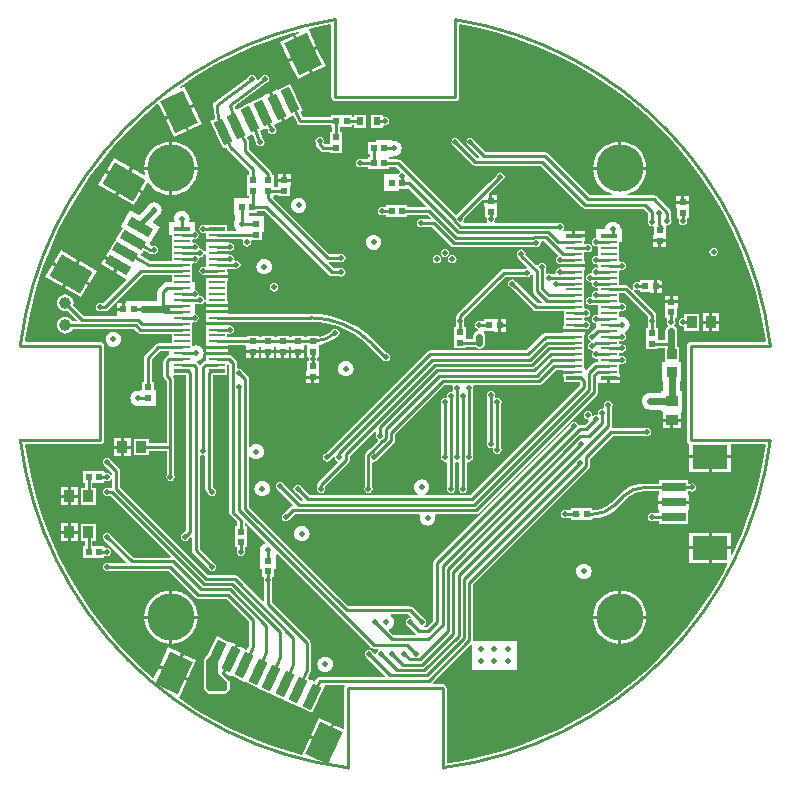
<source format=gbl>
G04*
G04 #@! TF.GenerationSoftware,Altium Limited,Altium Designer,18.0.7 (293)*
G04*
G04 Layer_Physical_Order=4*
G04 Layer_Color=16711680*
%FSLAX44Y44*%
%MOMM*%
G71*
G01*
G75*
%ADD18R,0.8890X1.0160*%
%ADD19R,0.6000X0.5000*%
%ADD22R,0.5000X0.6000*%
%ADD42R,3.0000X2.1000*%
%ADD43R,2.1000X0.8000*%
%ADD77C,0.2540*%
%ADD78C,0.6000*%
%ADD80C,1.0000*%
G04:AMPARAMS|DCode=81|XSize=4mm|YSize=4mm|CornerRadius=2mm|HoleSize=0mm|Usage=FLASHONLY|Rotation=0.000|XOffset=0mm|YOffset=0mm|HoleType=Round|Shape=RoundedRectangle|*
%AMROUNDEDRECTD81*
21,1,4.0000,0.0000,0,0,0.0*
21,1,0.0000,4.0000,0,0,0.0*
1,1,4.0000,0.0000,0.0000*
1,1,4.0000,0.0000,0.0000*
1,1,4.0000,0.0000,0.0000*
1,1,4.0000,0.0000,0.0000*
%
%ADD81ROUNDEDRECTD81*%
%ADD82C,0.5000*%
%ADD83R,0.8128X0.8128*%
G04:AMPARAMS|DCode=84|XSize=3mm|YSize=2.1mm|CornerRadius=0mm|HoleSize=0mm|Usage=FLASHONLY|Rotation=295.000|XOffset=0mm|YOffset=0mm|HoleType=Round|Shape=Rectangle|*
%AMROTATEDRECTD84*
4,1,4,-1.5856,0.9157,0.3177,1.8032,1.5856,-0.9157,-0.3177,-1.8032,-1.5856,0.9157,0.0*
%
%ADD84ROTATEDRECTD84*%

G04:AMPARAMS|DCode=85|XSize=2.1mm|YSize=0.8mm|CornerRadius=0mm|HoleSize=0mm|Usage=FLASHONLY|Rotation=295.000|XOffset=0mm|YOffset=0mm|HoleType=Round|Shape=Rectangle|*
%AMROTATEDRECTD85*
4,1,4,-0.8063,0.7826,-0.0812,1.1207,0.8063,-0.7826,0.0812,-1.1207,-0.8063,0.7826,0.0*
%
%ADD85ROTATEDRECTD85*%

%ADD86R,0.6000X0.7000*%
%ADD87R,1.3500X0.3000*%
%ADD88R,1.3500X0.2500*%
G04:AMPARAMS|DCode=89|XSize=2.1mm|YSize=0.8mm|CornerRadius=0mm|HoleSize=0mm|Usage=FLASHONLY|Rotation=65.000|XOffset=0mm|YOffset=0mm|HoleType=Round|Shape=Rectangle|*
%AMROTATEDRECTD89*
4,1,4,-0.0812,-1.1207,-0.8063,-0.7826,0.0812,1.1207,0.8063,0.7826,-0.0812,-1.1207,0.0*
%
%ADD89ROTATEDRECTD89*%

G04:AMPARAMS|DCode=90|XSize=3mm|YSize=2.1mm|CornerRadius=0mm|HoleSize=0mm|Usage=FLASHONLY|Rotation=65.000|XOffset=0mm|YOffset=0mm|HoleType=Round|Shape=Rectangle|*
%AMROTATEDRECTD90*
4,1,4,0.3177,-1.8032,-1.5856,-0.9157,-0.3177,1.8032,1.5856,0.9157,0.3177,-1.8032,0.0*
%
%ADD90ROTATEDRECTD90*%

%ADD91R,1.0160X0.8890*%
G04:AMPARAMS|DCode=92|XSize=2.1mm|YSize=0.8mm|CornerRadius=0mm|HoleSize=0mm|Usage=FLASHONLY|Rotation=330.000|XOffset=0mm|YOffset=0mm|HoleType=Round|Shape=Rectangle|*
%AMROTATEDRECTD92*
4,1,4,-1.1093,0.1786,-0.7093,0.8714,1.1093,-0.1786,0.7093,-0.8714,-1.1093,0.1786,0.0*
%
%ADD92ROTATEDRECTD92*%

G04:AMPARAMS|DCode=93|XSize=3mm|YSize=2.1mm|CornerRadius=0mm|HoleSize=0mm|Usage=FLASHONLY|Rotation=330.000|XOffset=0mm|YOffset=0mm|HoleType=Round|Shape=Rectangle|*
%AMROTATEDRECTD93*
4,1,4,-1.8240,-0.1593,-0.7740,1.6593,1.8240,0.1593,0.7740,-1.6593,-1.8240,-0.1593,0.0*
%
%ADD93ROTATEDRECTD93*%

%ADD94C,0.4000*%
G36*
X70479Y308787D02*
X87681Y304349D01*
X104608Y298954D01*
X121206Y292618D01*
X137423Y285362D01*
X153207Y277207D01*
X168509Y268181D01*
X183281Y258311D01*
X197476Y247628D01*
X211050Y236165D01*
X223960Y223960D01*
X236165Y211050D01*
X247628Y197476D01*
X258311Y183281D01*
X268181Y168509D01*
X277207Y153207D01*
X285362Y137423D01*
X292618Y121206D01*
X298954Y104608D01*
X304349Y87681D01*
X308787Y70479D01*
X312253Y53054D01*
X313489Y44293D01*
X312656Y43334D01*
X250000D01*
X248724Y43080D01*
X247642Y42358D01*
X246920Y41276D01*
X246666Y40000D01*
Y-40000D01*
X246920Y-41276D01*
X247642Y-42358D01*
X248724Y-43080D01*
X249039Y-43143D01*
Y-52739D01*
X266579D01*
X284119D01*
Y-43334D01*
X312656D01*
X313489Y-44293D01*
X312253Y-53054D01*
X308787Y-70479D01*
X304349Y-87681D01*
X298954Y-104608D01*
X292618Y-121206D01*
X285362Y-137423D01*
X285353Y-137440D01*
X284119Y-137140D01*
Y-132680D01*
X267850D01*
Y-144450D01*
X280511D01*
X281171Y-145535D01*
X277207Y-153207D01*
X268181Y-168509D01*
X258311Y-183281D01*
X247628Y-197476D01*
X236165Y-211050D01*
X223960Y-223960D01*
X211050Y-236165D01*
X197476Y-247628D01*
X183281Y-258311D01*
X168509Y-268181D01*
X153207Y-277207D01*
X137423Y-285362D01*
X121206Y-292618D01*
X104608Y-298954D01*
X87681Y-304349D01*
X70479Y-308787D01*
X53054Y-312253D01*
X44293Y-313489D01*
X43334Y-312656D01*
Y-250000D01*
X43080Y-248724D01*
X42358Y-247642D01*
X41276Y-246920D01*
X40000Y-246666D01*
X32137D01*
X31611Y-245396D01*
X63885Y-213122D01*
X65058Y-213608D01*
Y-234319D01*
X102870D01*
Y-210372D01*
X66675D01*
X66035Y-209592D01*
Y-162201D01*
X163997Y-64237D01*
X164720Y-63156D01*
X164974Y-61880D01*
Y-55800D01*
X184110Y-36665D01*
X211635D01*
X212814Y-36899D01*
X214179Y-36628D01*
X215337Y-35854D01*
X216111Y-34696D01*
X216383Y-33331D01*
X216111Y-31965D01*
X215337Y-30807D01*
X214179Y-30034D01*
X212814Y-29762D01*
X211635Y-29997D01*
X184310D01*
X183518Y-28727D01*
X183674Y-27940D01*
Y-11317D01*
X183909Y-10138D01*
X183637Y-8772D01*
X182863Y-7614D01*
X181706Y-6841D01*
X180340Y-6569D01*
X178974Y-6841D01*
X177817Y-7614D01*
X177043Y-8772D01*
X176771Y-10138D01*
X177006Y-11317D01*
Y-12455D01*
X175736Y-13434D01*
X175260Y-13340D01*
X173894Y-13612D01*
X172737Y-14385D01*
X171963Y-15543D01*
X171691Y-16908D01*
X171893Y-17922D01*
X171737Y-18201D01*
X171733Y-18207D01*
X170656Y-18872D01*
X169928Y-18727D01*
X168562Y-18999D01*
X167965Y-19398D01*
X167530Y-19274D01*
X166679Y-18747D01*
X166467Y-17684D01*
X165694Y-16527D01*
X164536Y-15753D01*
X163171Y-15481D01*
X161805Y-15753D01*
X160647Y-16527D01*
X159874Y-17684D01*
X159602Y-19050D01*
X159874Y-20416D01*
X160647Y-21573D01*
X161805Y-22347D01*
X163107Y-22606D01*
X163283Y-22872D01*
X163701Y-23808D01*
X160363Y-27146D01*
X156356D01*
X155080Y-27400D01*
X154817Y-26872D01*
X154777Y-26669D01*
X154003Y-25511D01*
X152846Y-24738D01*
X151480Y-24466D01*
X150114Y-24738D01*
X148957Y-25511D01*
X148289Y-26511D01*
X33103Y-141697D01*
X32380Y-142778D01*
X32127Y-144054D01*
Y-193050D01*
X26581Y-198596D01*
X24671D01*
X24286Y-197326D01*
X25023Y-196833D01*
X25797Y-195676D01*
X26069Y-194310D01*
X25797Y-192944D01*
X25023Y-191787D01*
X24024Y-191119D01*
X14698Y-181793D01*
X13616Y-181070D01*
X12340Y-180816D01*
X-39785D01*
X-123976Y-96625D01*
Y-54503D01*
X-122706Y-54072D01*
X-122366Y-54515D01*
X-121008Y-55557D01*
X-119427Y-56212D01*
X-117730Y-56436D01*
X-116033Y-56212D01*
X-114452Y-55557D01*
X-113094Y-54515D01*
X-112052Y-53158D01*
X-111397Y-51576D01*
X-111174Y-49879D01*
X-111397Y-48183D01*
X-112052Y-46602D01*
X-113094Y-45244D01*
X-114452Y-44202D01*
X-116033Y-43547D01*
X-117730Y-43323D01*
X-119427Y-43547D01*
X-121008Y-44202D01*
X-122366Y-45244D01*
X-122706Y-45687D01*
X-123976Y-45256D01*
Y11740D01*
X-124230Y13016D01*
X-124952Y14097D01*
X-128889Y18034D01*
X-129557Y19033D01*
X-130714Y19807D01*
X-132080Y20079D01*
X-132556Y19984D01*
X-133826Y20964D01*
Y24960D01*
X-134080Y26236D01*
X-134803Y27318D01*
X-138343Y30858D01*
X-139424Y31580D01*
X-140700Y31834D01*
X-141960D01*
Y32229D01*
X-151251D01*
X-160540D01*
Y29710D01*
X-160000D01*
Y26834D01*
X-160555D01*
X-161831Y26580D01*
X-162913Y25858D01*
X-164823Y23948D01*
X-164924Y23796D01*
X-165165Y23696D01*
X-166451Y23796D01*
X-166552Y23948D01*
X-168396Y25791D01*
X-168383Y26105D01*
X-168060Y27116D01*
X-167213Y27228D01*
X-165632Y27882D01*
X-164274Y28924D01*
X-163232Y30282D01*
X-162577Y31863D01*
X-162354Y33560D01*
X-162577Y35257D01*
X-163232Y36838D01*
X-164274Y38196D01*
X-165632Y39238D01*
X-167213Y39893D01*
X-168910Y40116D01*
X-170607Y39893D01*
X-170934Y39757D01*
X-172000Y40690D01*
Y50250D01*
Y59283D01*
X-170730Y60071D01*
X-170030Y59931D01*
X-168664Y60203D01*
X-167507Y60977D01*
X-166733Y62134D01*
X-166461Y63500D01*
X-166733Y64866D01*
X-167507Y66023D01*
X-168664Y66797D01*
X-170000Y67063D01*
Y75166D01*
X-166279D01*
X-165100Y74931D01*
X-163734Y75203D01*
X-162577Y75977D01*
X-161803Y77134D01*
X-160540Y76975D01*
Y74770D01*
X-151251D01*
X-141960D01*
Y77290D01*
X-142500D01*
Y85250D01*
Y94710D01*
X-141960D01*
Y97230D01*
X-151251D01*
X-160540D01*
Y94710D01*
X-160000D01*
Y90250D01*
Y78370D01*
X-160282Y78155D01*
X-160481Y78186D01*
X-160814Y78285D01*
X-161583Y78760D01*
X-161803Y79866D01*
X-162577Y81023D01*
X-163734Y81797D01*
X-165100Y82069D01*
X-165466Y81996D01*
X-166528Y83046D01*
X-166540Y83104D01*
X-166461Y83500D01*
X-166733Y84866D01*
X-167507Y86023D01*
X-168664Y86797D01*
X-170000Y87063D01*
Y93750D01*
X-172000D01*
Y100250D01*
Y109283D01*
X-170730Y110071D01*
X-170030Y109931D01*
X-168664Y110203D01*
X-167507Y110977D01*
X-166733Y112134D01*
X-166461Y113500D01*
X-166540Y113896D01*
X-166528Y113954D01*
X-165466Y115004D01*
X-165100Y114931D01*
X-163734Y115203D01*
X-162577Y115977D01*
X-161803Y117134D01*
X-160540Y116974D01*
Y114710D01*
X-160000D01*
Y106834D01*
X-161286D01*
X-162465Y107069D01*
X-163831Y106797D01*
X-164988Y106023D01*
X-165762Y104866D01*
X-166034Y103500D01*
X-165762Y102134D01*
X-164988Y100977D01*
X-163831Y100203D01*
X-162465Y99931D01*
X-161810Y100062D01*
X-161352Y99770D01*
X-151251D01*
X-141960D01*
Y102290D01*
X-142500D01*
Y105166D01*
X-135799D01*
X-134620Y104931D01*
X-133254Y105203D01*
X-132097Y105977D01*
X-131323Y107134D01*
X-131051Y108500D01*
X-131323Y109866D01*
X-132097Y111023D01*
X-133254Y111797D01*
X-134620Y112069D01*
X-135642Y111865D01*
X-135961Y112067D01*
X-136680Y113104D01*
X-136601Y113500D01*
X-136873Y114866D01*
X-137647Y116023D01*
X-138804Y116797D01*
X-140170Y117069D01*
X-140690Y116965D01*
X-141075Y117230D01*
X-151251D01*
Y119770D01*
X-141076D01*
X-140690Y120035D01*
X-140170Y119931D01*
X-138804Y120203D01*
X-137647Y120977D01*
X-136873Y122134D01*
X-136601Y123500D01*
X-136873Y124866D01*
X-137647Y126023D01*
X-138804Y126797D01*
X-140170Y127069D01*
X-140690Y126965D01*
X-141075Y127229D01*
X-151251D01*
X-160540D01*
Y124710D01*
X-160000D01*
Y122290D01*
X-160540D01*
Y120026D01*
X-161803Y119866D01*
X-162577Y121023D01*
X-163734Y121797D01*
X-165100Y122069D01*
X-165466Y121996D01*
X-166528Y123046D01*
X-166540Y123104D01*
X-166461Y123500D01*
X-166733Y124866D01*
X-167507Y126023D01*
X-168664Y126797D01*
X-170030Y127069D01*
X-170730Y126929D01*
X-172000Y127717D01*
Y129283D01*
X-170730Y130071D01*
X-170030Y129931D01*
X-168664Y130203D01*
X-167507Y130977D01*
X-166733Y132134D01*
X-166461Y133500D01*
X-166733Y134866D01*
X-167507Y136023D01*
X-168664Y136797D01*
X-170000Y137063D01*
Y144250D01*
X-173843D01*
X-174549Y145306D01*
X-174417Y145623D01*
X-174194Y147320D01*
X-174417Y149017D01*
X-175072Y150598D01*
X-176114Y151956D01*
X-177472Y152998D01*
X-179053Y153653D01*
X-180750Y153876D01*
X-182447Y153653D01*
X-184028Y152998D01*
X-185386Y151956D01*
X-186428Y150598D01*
X-187083Y149017D01*
X-187306Y147320D01*
X-187083Y145623D01*
X-186951Y145306D01*
X-187657Y144250D01*
X-191500D01*
Y133250D01*
X-189500D01*
Y120250D01*
Y111834D01*
X-207470D01*
X-214855Y115646D01*
X-215213Y116865D01*
X-214386Y118296D01*
X-214001Y118963D01*
X-213526Y119786D01*
X-212299Y120113D01*
X-208760Y118052D01*
X-208603Y117998D01*
X-208571Y117977D01*
X-208501Y117963D01*
X-207530Y117629D01*
X-206231Y117710D01*
X-206203Y117723D01*
X-205649D01*
X-204470Y117489D01*
X-203104Y117760D01*
X-201947Y118534D01*
X-201173Y119691D01*
X-200901Y121057D01*
X-201173Y122423D01*
X-201947Y123581D01*
X-203104Y124354D01*
X-204470Y124626D01*
X-205649Y124391D01*
X-206395D01*
X-207910Y125273D01*
X-207404Y126390D01*
X-207404Y126390D01*
X-199404Y140246D01*
X-205420Y143720D01*
X-205586Y144979D01*
X-201711Y148853D01*
X-201192Y149068D01*
X-199834Y150110D01*
X-198792Y151468D01*
X-198137Y153049D01*
X-197914Y154746D01*
X-198137Y156443D01*
X-198792Y158024D01*
X-199834Y159382D01*
X-201192Y160424D01*
X-202773Y161079D01*
X-204470Y161302D01*
X-206167Y161079D01*
X-207748Y160424D01*
X-209106Y159382D01*
X-210148Y158024D01*
X-210363Y157505D01*
X-217293Y150574D01*
X-224519Y154746D01*
X-232519Y140890D01*
X-230787Y139890D01*
X-235652Y131463D01*
X-236287Y130364D01*
X-236672Y129697D01*
X-242267Y120006D01*
X-242735Y120276D01*
X-245370Y115712D01*
X-234077Y109192D01*
X-234712Y108092D01*
X-233612Y107457D01*
X-236882Y101793D01*
X-227800Y96550D01*
X-227634Y95291D01*
X-247201Y75724D01*
X-249107D01*
X-250286Y75959D01*
X-251651Y75687D01*
X-252809Y74913D01*
X-253583Y73756D01*
X-253854Y72390D01*
X-253583Y71024D01*
X-252809Y69867D01*
X-251651Y69093D01*
X-250286Y68821D01*
X-249107Y69056D01*
X-245820D01*
X-244544Y69310D01*
X-243463Y70033D01*
X-236581Y76914D01*
X-235600Y76099D01*
Y71945D01*
X-231830D01*
Y76216D01*
X-235483D01*
X-236298Y77196D01*
X-213697Y99798D01*
X-189500D01*
Y93873D01*
X-193040D01*
X-195096Y93464D01*
X-196840Y92299D01*
X-200126Y89013D01*
X-201291Y87270D01*
X-201700Y85213D01*
Y77736D01*
X-214001D01*
X-214982Y77607D01*
X-215060Y77676D01*
Y77676D01*
X-228060D01*
Y76216D01*
X-229290D01*
Y70675D01*
X-230560D01*
Y69405D01*
X-235600D01*
Y65136D01*
X-236824Y65024D01*
X-263509D01*
X-272661Y74177D01*
X-272580Y74373D01*
X-272340Y76200D01*
X-272580Y78027D01*
X-273286Y79730D01*
X-274408Y81192D01*
X-275870Y82315D01*
X-277573Y83020D01*
X-279400Y83260D01*
X-281227Y83020D01*
X-282930Y82315D01*
X-284393Y81192D01*
X-285515Y79730D01*
X-286220Y78027D01*
X-286460Y76200D01*
X-286220Y74373D01*
X-285515Y72670D01*
X-284393Y71208D01*
X-282930Y70086D01*
X-281227Y69380D01*
X-279400Y69140D01*
X-277573Y69380D01*
X-277376Y69461D01*
X-269573Y61657D01*
X-270058Y60484D01*
X-273204D01*
X-273286Y60680D01*
X-274408Y62142D01*
X-275870Y63264D01*
X-277573Y63970D01*
X-279400Y64210D01*
X-281227Y63970D01*
X-282930Y63264D01*
X-284393Y62142D01*
X-285515Y60680D01*
X-286220Y58977D01*
X-286460Y57150D01*
X-286220Y55323D01*
X-285515Y53620D01*
X-284393Y52158D01*
X-282930Y51035D01*
X-281227Y50330D01*
X-279400Y50090D01*
X-277573Y50330D01*
X-275870Y51035D01*
X-274408Y52158D01*
X-273286Y53620D01*
X-273204Y53816D01*
X-221091D01*
X-218417Y51143D01*
X-217336Y50420D01*
X-216060Y50166D01*
X-189500D01*
Y41834D01*
X-200534D01*
X-201810Y41580D01*
X-202892Y40858D01*
X-211908Y31842D01*
X-212630Y30760D01*
X-212884Y29484D01*
Y9000D01*
X-214550D01*
Y2000D01*
X-216550D01*
Y2000D01*
X-216665Y1899D01*
X-217860Y2056D01*
X-219557Y1833D01*
X-221138Y1178D01*
X-222496Y136D01*
X-223538Y-1222D01*
X-224193Y-2803D01*
X-224416Y-4500D01*
X-224193Y-6197D01*
X-223538Y-7778D01*
X-222496Y-9136D01*
X-221138Y-10178D01*
X-219557Y-10833D01*
X-217860Y-11056D01*
X-216665Y-10899D01*
X-216550Y-11000D01*
Y-11000D01*
X-202550D01*
Y2000D01*
X-204550D01*
Y9000D01*
X-206216D01*
Y28103D01*
X-199153Y35166D01*
X-191500D01*
Y31776D01*
X-192486Y31580D01*
X-193568Y30858D01*
X-195397Y29028D01*
X-196120Y27946D01*
X-196374Y26670D01*
Y14010D01*
X-196120Y12734D01*
X-195397Y11652D01*
X-193694Y9949D01*
Y-42640D01*
X-208654D01*
Y-38894D01*
X-221544D01*
Y-53054D01*
X-208654D01*
Y-49308D01*
X-193694D01*
Y-69871D01*
X-193929Y-71050D01*
X-193657Y-72416D01*
X-192883Y-73573D01*
X-191726Y-74347D01*
X-190360Y-74619D01*
X-188994Y-74347D01*
X-187837Y-73573D01*
X-187063Y-72416D01*
X-186791Y-71050D01*
X-187026Y-69871D01*
Y-45720D01*
Y11330D01*
X-187280Y12606D01*
X-187864Y13480D01*
X-187481Y14750D01*
X-177324D01*
Y-116589D01*
X-179394Y-118659D01*
X-180393Y-119327D01*
X-181167Y-120484D01*
X-181439Y-121850D01*
X-181167Y-123216D01*
X-180393Y-124373D01*
X-179236Y-125147D01*
X-177870Y-125419D01*
X-176504Y-125147D01*
X-175347Y-124373D01*
X-174679Y-123374D01*
X-173417Y-122113D01*
X-172244Y-122598D01*
Y-133403D01*
X-171990Y-134679D01*
X-171268Y-135761D01*
X-158271Y-148757D01*
X-157603Y-149757D01*
X-156446Y-150530D01*
X-155080Y-150802D01*
X-153714Y-150530D01*
X-152557Y-149757D01*
X-151783Y-148599D01*
X-151511Y-147233D01*
X-151783Y-145868D01*
X-152557Y-144710D01*
X-153556Y-144042D01*
X-165576Y-132022D01*
Y-53158D01*
X-164306Y-52479D01*
X-163831Y-52796D01*
X-162465Y-53068D01*
X-162084Y-52992D01*
X-160814Y-54017D01*
Y-81490D01*
X-160560Y-82766D01*
X-159838Y-83848D01*
X-158271Y-85414D01*
X-157603Y-86413D01*
X-156446Y-87187D01*
X-155080Y-87459D01*
X-153714Y-87187D01*
X-152557Y-86413D01*
X-151783Y-85256D01*
X-151511Y-83890D01*
X-151783Y-82524D01*
X-152557Y-81367D01*
X-153556Y-80699D01*
X-154146Y-80109D01*
Y14750D01*
X-142500D01*
Y23572D01*
X-141348Y24073D01*
X-140494Y23391D01*
Y-101558D01*
X-140240Y-102834D01*
X-139517Y-103916D01*
X-134144Y-109289D01*
Y-112990D01*
X-135810D01*
Y-121990D01*
Y-130990D01*
X-134144D01*
Y-133371D01*
X-134379Y-134550D01*
X-134107Y-135916D01*
X-133333Y-137073D01*
X-132176Y-137847D01*
X-130810Y-138119D01*
X-129444Y-137847D01*
X-128287Y-137073D01*
X-127513Y-135916D01*
X-127241Y-134550D01*
X-127476Y-133371D01*
Y-130990D01*
X-125810D01*
Y-121990D01*
Y-112990D01*
X-127476D01*
Y-110635D01*
X-126303Y-110149D01*
X-110469Y-125983D01*
X-110767Y-127481D01*
X-111228Y-127672D01*
X-112586Y-128714D01*
X-113628Y-130072D01*
X-114283Y-131653D01*
X-114506Y-133350D01*
X-114346Y-134566D01*
X-114950Y-135836D01*
X-114950D01*
Y-148836D01*
X-112950D01*
Y-155836D01*
X-111284D01*
Y-157571D01*
X-111519Y-158750D01*
X-111284Y-159929D01*
Y-175944D01*
X-112457Y-176430D01*
X-133764Y-155122D01*
X-134846Y-154400D01*
X-136122Y-154146D01*
X-158568D01*
X-232886Y-79829D01*
Y-66250D01*
X-233140Y-64974D01*
X-233862Y-63892D01*
X-240789Y-56966D01*
X-241457Y-55967D01*
X-242614Y-55193D01*
X-243980Y-54921D01*
X-245346Y-55193D01*
X-246503Y-55967D01*
X-247277Y-57124D01*
X-247549Y-58490D01*
X-247277Y-59856D01*
X-246503Y-61013D01*
X-245504Y-61681D01*
X-239554Y-67631D01*
Y-69402D01*
X-239861Y-69517D01*
X-240824Y-69613D01*
X-241457Y-68667D01*
X-242614Y-67893D01*
X-243980Y-67621D01*
X-245000Y-67824D01*
X-246270Y-67427D01*
Y-66190D01*
X-264270D01*
Y-76190D01*
X-263104D01*
Y-80550D01*
X-266414D01*
Y-94710D01*
X-253524D01*
Y-80550D01*
X-256436D01*
Y-76190D01*
X-246270D01*
Y-74953D01*
X-245000Y-74556D01*
X-243980Y-74759D01*
X-242614Y-74487D01*
X-241457Y-73713D01*
X-240824Y-72767D01*
X-239861Y-72863D01*
X-239554Y-72978D01*
Y-80223D01*
X-239960Y-80556D01*
X-242801D01*
X-243980Y-80321D01*
X-245346Y-80593D01*
X-246503Y-81367D01*
X-247277Y-82524D01*
X-247549Y-83890D01*
X-247277Y-85256D01*
X-246503Y-86413D01*
X-245346Y-87187D01*
X-243980Y-87459D01*
X-242801Y-87224D01*
X-241341D01*
X-190222Y-138343D01*
X-190709Y-139516D01*
X-221739D01*
X-240789Y-120466D01*
X-241457Y-119467D01*
X-242614Y-118693D01*
X-243980Y-118421D01*
X-245346Y-118693D01*
X-246503Y-119467D01*
X-247277Y-120624D01*
X-247549Y-121990D01*
X-247277Y-123356D01*
X-246503Y-124513D01*
X-245504Y-125181D01*
X-227802Y-142883D01*
X-228288Y-144056D01*
X-242801D01*
X-243980Y-143821D01*
X-245346Y-144093D01*
X-246503Y-144867D01*
X-247277Y-146024D01*
X-247549Y-147390D01*
X-247277Y-148756D01*
X-246503Y-149913D01*
X-245346Y-150687D01*
X-243980Y-150959D01*
X-242801Y-150724D01*
X-191811D01*
X-169078Y-173458D01*
X-167996Y-174180D01*
X-166720Y-174434D01*
X-143145D01*
X-123984Y-193594D01*
Y-213993D01*
X-125234Y-217147D01*
X-126414Y-217616D01*
X-127342Y-217184D01*
X-128062Y-216252D01*
X-128865Y-215877D01*
X-132838Y-214025D01*
X-138349Y-225843D01*
X-143860Y-237661D01*
X-139887Y-239514D01*
X-139084Y-239888D01*
X-137704Y-239936D01*
X-127835Y-244538D01*
X-127835Y-244538D01*
X-126684Y-245075D01*
X-116325Y-249905D01*
X-116325Y-249905D01*
X-115174Y-250442D01*
X-104996Y-255188D01*
X-104996Y-255188D01*
X-104996Y-255188D01*
X-103845Y-255725D01*
X-94002Y-260314D01*
X-93237Y-260672D01*
X-92851Y-260851D01*
X-92851Y-260851D01*
X-81975Y-265923D01*
X-81975Y-265923D01*
X-80824Y-266459D01*
X-70465Y-271290D01*
X-59900Y-248632D01*
X-60153Y-248514D01*
X-59872Y-247244D01*
X-43619D01*
X-42940Y-248514D01*
X-43080Y-248724D01*
X-43334Y-250000D01*
Y-283819D01*
X-44405Y-284501D01*
X-51549Y-281170D01*
X-58961Y-297066D01*
X-60112Y-296530D01*
X-60649Y-297680D01*
X-72467Y-292170D01*
X-79170Y-306544D01*
X-87681Y-304349D01*
X-104608Y-298954D01*
X-121206Y-292618D01*
X-137423Y-285362D01*
X-153207Y-277207D01*
X-168509Y-268181D01*
X-183263Y-258323D01*
X-176439Y-243687D01*
X-188257Y-238176D01*
X-200075Y-232665D01*
X-203905Y-240879D01*
X-205146Y-241152D01*
X-211050Y-236165D01*
X-223960Y-223960D01*
X-236165Y-211050D01*
X-247628Y-197476D01*
X-258311Y-183281D01*
X-268181Y-168509D01*
X-277207Y-153207D01*
X-285362Y-137423D01*
X-292618Y-121206D01*
X-298954Y-104608D01*
X-304349Y-87681D01*
X-308787Y-70479D01*
X-312253Y-53054D01*
X-313489Y-44293D01*
X-312656Y-43334D01*
X-250000D01*
X-248724Y-43080D01*
X-247642Y-42358D01*
X-246920Y-41276D01*
X-246666Y-40000D01*
Y40000D01*
X-246920Y41276D01*
X-247642Y42358D01*
X-248724Y43080D01*
X-250000Y43334D01*
X-312656D01*
X-313489Y44293D01*
X-312253Y53054D01*
X-308787Y70479D01*
X-304349Y87681D01*
X-298954Y104608D01*
X-292618Y121206D01*
X-285362Y137423D01*
X-277207Y153207D01*
X-268181Y168509D01*
X-258311Y183281D01*
X-247628Y197476D01*
X-236165Y211050D01*
X-223960Y223960D01*
X-211050Y236165D01*
X-201397Y244317D01*
X-200157Y244044D01*
X-195297Y233622D01*
X-183478Y239133D01*
X-171660Y244644D01*
X-178536Y259389D01*
X-181332Y258086D01*
X-181956Y259196D01*
X-168509Y268181D01*
X-153207Y277207D01*
X-137423Y285362D01*
X-121206Y292618D01*
X-104608Y298954D01*
X-87681Y304349D01*
X-81932Y305832D01*
X-81503Y304637D01*
X-84615Y303185D01*
X-77739Y288440D01*
X-67072Y293414D01*
X-73417Y307020D01*
X-72875Y308168D01*
X-70479Y308787D01*
X-55116Y311842D01*
X-54134Y311037D01*
Y250000D01*
X-53880Y248724D01*
X-53158Y247642D01*
X-52076Y246920D01*
X-50800Y246666D01*
X50800D01*
X52076Y246920D01*
X53158Y247642D01*
X53880Y248724D01*
X54134Y250000D01*
Y311037D01*
X55116Y311842D01*
X70479Y308787D01*
D02*
G37*
G36*
X13026Y-189551D02*
X12616Y-190480D01*
X12434Y-190755D01*
X11134Y-191013D01*
X9977Y-191787D01*
X9203Y-192944D01*
X8931Y-194310D01*
X9203Y-195676D01*
X9977Y-196833D01*
X10976Y-197501D01*
X17703Y-204228D01*
X17686Y-204483D01*
X17288Y-205498D01*
X11821D01*
X11760Y-205486D01*
X-1609D01*
X-5290Y-201805D01*
X-4992Y-200307D01*
X-4222Y-199988D01*
X-2864Y-198946D01*
X-1822Y-197588D01*
X-1167Y-196007D01*
X-944Y-194310D01*
X-1167Y-192613D01*
X-1822Y-191032D01*
X-2864Y-189674D01*
X-4063Y-188754D01*
X-4023Y-188186D01*
X-3711Y-187484D01*
X10959D01*
X13026Y-189551D01*
D02*
G37*
G36*
X-20734Y-215718D02*
X-19653Y-216440D01*
X-18377Y-216694D01*
X-14671D01*
X-14286Y-217964D01*
X-15023Y-218457D01*
X-15797Y-219614D01*
X-16055Y-220914D01*
X-16330Y-221096D01*
X-17259Y-221506D01*
X-19309Y-219456D01*
X-19977Y-218457D01*
X-21134Y-217683D01*
X-22500Y-217411D01*
X-23866Y-217683D01*
X-25023Y-218457D01*
X-25797Y-219614D01*
X-26069Y-220980D01*
X-25797Y-222346D01*
X-25023Y-223503D01*
X-24024Y-224171D01*
X-8792Y-239403D01*
X-9279Y-240576D01*
X-64025D01*
X-64565Y-240683D01*
X-65110Y-240757D01*
X-65200Y-240809D01*
X-65301Y-240830D01*
X-65759Y-241136D01*
X-66234Y-241413D01*
X-66297Y-241495D01*
X-66383Y-241553D01*
X-66689Y-242010D01*
X-67022Y-242448D01*
X-68160Y-244780D01*
X-70776Y-243561D01*
Y-243561D01*
X-71927Y-243024D01*
X-74254Y-241939D01*
X-71857Y-236243D01*
X-71855Y-236234D01*
X-71850Y-236226D01*
X-71725Y-235598D01*
X-71596Y-234969D01*
X-71598Y-234959D01*
X-71596Y-234950D01*
Y-212090D01*
X-71850Y-210814D01*
X-72572Y-209732D01*
X-104616Y-177689D01*
Y-159929D01*
X-104381Y-158750D01*
X-104616Y-157571D01*
Y-155836D01*
X-102950D01*
Y-148836D01*
X-100950D01*
Y-137298D01*
X-99680Y-136772D01*
X-20734Y-215718D01*
D02*
G37*
%LPC*%
G36*
X-86917Y302112D02*
X-97585Y297138D01*
X-90709Y282392D01*
X-80041Y287366D01*
X-86917Y302112D01*
D02*
G37*
G36*
X-65999Y291112D02*
X-76666Y286138D01*
X-69790Y271392D01*
X-59123Y276366D01*
X-65999Y291112D01*
D02*
G37*
G36*
X-78968Y285064D02*
X-89635Y280090D01*
X-82759Y265344D01*
X-72092Y270319D01*
X-78968Y285064D01*
D02*
G37*
G36*
X-110490Y268999D02*
X-111856Y268727D01*
X-113013Y267953D01*
X-113336Y267471D01*
X-116530Y265104D01*
X-117734Y265793D01*
X-117933Y266796D01*
X-118707Y267953D01*
X-119864Y268727D01*
X-121230Y268999D01*
X-122596Y268727D01*
X-123753Y267953D01*
X-124054Y267503D01*
X-153082Y246543D01*
X-153401Y246200D01*
X-153757Y245894D01*
X-153841Y245727D01*
X-153968Y245590D01*
X-154131Y245151D01*
X-154342Y244732D01*
X-154356Y244546D01*
X-154422Y244371D01*
X-154404Y243903D01*
X-154439Y243435D01*
X-153885Y238909D01*
Y238909D01*
X-152983Y231539D01*
X-156771Y229773D01*
X-146205Y207115D01*
X-143481Y208386D01*
X-142682Y206789D01*
X-142354Y206367D01*
X-142058Y205923D01*
X-123984Y187849D01*
Y184260D01*
X-125650D01*
Y175260D01*
Y166260D01*
X-123984D01*
Y164480D01*
X-136730D01*
Y150480D01*
X-135603D01*
Y146605D01*
X-135908Y146208D01*
X-136563Y144627D01*
X-136786Y142930D01*
X-136563Y141233D01*
X-135908Y139652D01*
X-134866Y138294D01*
X-134618Y138104D01*
X-135049Y136834D01*
X-142500D01*
Y142250D01*
X-160000D01*
Y142084D01*
X-161286D01*
X-162465Y142319D01*
X-163831Y142047D01*
X-164988Y141273D01*
X-165762Y140116D01*
X-166034Y138750D01*
X-165762Y137384D01*
X-164988Y136227D01*
X-163831Y135453D01*
X-162465Y135181D01*
X-161286Y135416D01*
X-160000D01*
Y132290D01*
X-160540D01*
Y129769D01*
X-151251D01*
X-141960D01*
Y130166D01*
X-129579D01*
X-128900Y128896D01*
X-129027Y128706D01*
X-129299Y127340D01*
X-129027Y125975D01*
X-128253Y124817D01*
X-127096Y124044D01*
X-125730Y123772D01*
X-124364Y124044D01*
X-123207Y124817D01*
X-122433Y125975D01*
X-122161Y127340D01*
X-122324Y128160D01*
X-121506Y129430D01*
X-113110D01*
Y136430D01*
X-111110D01*
Y149430D01*
X-123199D01*
X-123730Y150480D01*
Y152480D01*
X-116730D01*
Y154146D01*
X-110601D01*
X-56038Y99583D01*
X-54956Y98860D01*
X-53681Y98606D01*
X-46899D01*
X-45720Y98372D01*
X-44354Y98644D01*
X-43197Y99417D01*
X-42423Y100575D01*
X-42151Y101940D01*
X-42423Y103306D01*
X-43197Y104464D01*
X-44354Y105237D01*
X-45720Y105509D01*
X-46899Y105274D01*
X-52299D01*
X-56721Y109696D01*
X-56195Y110966D01*
X-46899D01*
X-45720Y110731D01*
X-44354Y111003D01*
X-43197Y111777D01*
X-42423Y112934D01*
X-42151Y114300D01*
X-42423Y115666D01*
X-43197Y116823D01*
X-44354Y117597D01*
X-45720Y117869D01*
X-46899Y117634D01*
X-55969D01*
X-103432Y165097D01*
X-102950Y166260D01*
D01*
X-102699Y167426D01*
X-98980D01*
Y166260D01*
X-88980D01*
Y174720D01*
X-88440D01*
Y178489D01*
X-93979D01*
X-99520D01*
Y174720D01*
X-100531Y174094D01*
X-102950D01*
Y184260D01*
X-104616D01*
Y185420D01*
X-104870Y186696D01*
X-105592Y187778D01*
X-123666Y205851D01*
Y212190D01*
X-123702Y212370D01*
X-123686Y212553D01*
X-123828Y213003D01*
X-123920Y213466D01*
X-124022Y213619D01*
X-124077Y213794D01*
X-125220Y215878D01*
X-124825Y217085D01*
X-123366Y217765D01*
X-122850Y218006D01*
X-121863Y218466D01*
X-120672Y218027D01*
X-117795Y211717D01*
X-117597Y210724D01*
X-116823Y209567D01*
X-115666Y208793D01*
X-114300Y208521D01*
X-112934Y208793D01*
X-111777Y209567D01*
X-111003Y210724D01*
X-110731Y212090D01*
X-111003Y213456D01*
X-111777Y214613D01*
X-111791Y214623D01*
X-115002Y221665D01*
X-113188Y222511D01*
X-112037Y223048D01*
X-111340Y223374D01*
X-109064Y224435D01*
X-108167Y222735D01*
X-108167Y222735D01*
X-107587Y221637D01*
X-107437Y220884D01*
X-106663Y219727D01*
X-105506Y218953D01*
X-104140Y218681D01*
X-102774Y218953D01*
X-101617Y219727D01*
X-100843Y220884D01*
X-100571Y222250D01*
X-100843Y223616D01*
X-101617Y224773D01*
X-101749Y224862D01*
X-102583Y226442D01*
X-102178Y227645D01*
X-102168Y227651D01*
X-100788Y227698D01*
X-96012Y229925D01*
X-101524Y241743D01*
X-107034Y253561D01*
X-111007Y251709D01*
X-111810Y251334D01*
X-112530Y250403D01*
X-121905Y246031D01*
X-123056Y245495D01*
X-123754Y245169D01*
X-133415Y240664D01*
X-134533Y240143D01*
X-135630Y240703D01*
X-135959Y242410D01*
X-129074Y247511D01*
X-109418Y262075D01*
X-109124Y262133D01*
X-107967Y262907D01*
X-107193Y264064D01*
X-106921Y265430D01*
X-107193Y266796D01*
X-107967Y267953D01*
X-109124Y268727D01*
X-110490Y268999D01*
D02*
G37*
G36*
X-88888Y261427D02*
X-99728Y256373D01*
X-99956Y256862D01*
X-104732Y254635D01*
X-99221Y242817D01*
X-93710Y230998D01*
X-88934Y233226D01*
X-89162Y233715D01*
X-86517Y234948D01*
X-83528Y228911D01*
X-83198Y228482D01*
X-82897Y228032D01*
X-82378Y227512D01*
X-81296Y226790D01*
X-80020Y226536D01*
X-54720D01*
Y224870D01*
X-53521D01*
Y220646D01*
X-55187D01*
Y210344D01*
X-59445D01*
X-60826Y211725D01*
Y212181D01*
X-60591Y213360D01*
X-60863Y214726D01*
X-61637Y215883D01*
X-62794Y216657D01*
X-64160Y216929D01*
X-65526Y216657D01*
X-66683Y215883D01*
X-67457Y214726D01*
X-67729Y213360D01*
X-67494Y212181D01*
Y210344D01*
X-67240Y209068D01*
X-66518Y207987D01*
X-63183Y204652D01*
X-62102Y203930D01*
X-60826Y203676D01*
X-55187D01*
Y202646D01*
X-45187D01*
Y211646D01*
Y220646D01*
X-46853D01*
Y224870D01*
X-36720D01*
Y226536D01*
X-34960D01*
Y224370D01*
X-24960D01*
Y235370D01*
X-34960D01*
Y233204D01*
X-36720D01*
Y234870D01*
X-54720D01*
Y233204D01*
X-78213D01*
X-80069Y236953D01*
X-79649Y238151D01*
X-78323Y238770D01*
X-88888Y261427D01*
D02*
G37*
G36*
X-10760Y235370D02*
X-20760D01*
Y224370D01*
X-10760D01*
Y225586D01*
X-9490Y226421D01*
X-8890Y226301D01*
X-7524Y226573D01*
X-6367Y227347D01*
X-5593Y228504D01*
X-5321Y229870D01*
X-5593Y231236D01*
X-6367Y232393D01*
X-7524Y233167D01*
X-8890Y233439D01*
X-9490Y233319D01*
X-10760Y234153D01*
Y235370D01*
D02*
G37*
G36*
X-170587Y242342D02*
X-181254Y237368D01*
X-174378Y222622D01*
X-163711Y227596D01*
X-170587Y242342D01*
D02*
G37*
G36*
X-183556Y236294D02*
X-194223Y231320D01*
X-187347Y216574D01*
X-176680Y221549D01*
X-183556Y236294D01*
D02*
G37*
G36*
X-2970Y214010D02*
Y214010D01*
X-15970D01*
Y212010D01*
X-22970D01*
Y202010D01*
X-21804D01*
Y199310D01*
X-22970D01*
Y197644D01*
X-28781D01*
X-29960Y197879D01*
X-31326Y197607D01*
X-32483Y196833D01*
X-33257Y195676D01*
X-33529Y194310D01*
X-33257Y192944D01*
X-32483Y191787D01*
X-31326Y191013D01*
X-29960Y190741D01*
X-28781Y190976D01*
X-22970D01*
Y189310D01*
X-4970D01*
Y190976D01*
X690D01*
X3999Y187666D01*
X3754Y186116D01*
X3247Y185777D01*
X2594Y184800D01*
X-9730D01*
Y170800D01*
X3270D01*
Y172800D01*
X10270D01*
Y172800D01*
X11146Y173163D01*
X26100Y158209D01*
X25614Y157036D01*
X10270D01*
Y158701D01*
X-7730D01*
Y157036D01*
X-10283D01*
X-11461Y157270D01*
X-12827Y156998D01*
X-13985Y156225D01*
X-14758Y155067D01*
X-15030Y153701D01*
X-14758Y152336D01*
X-13985Y151178D01*
X-12827Y150405D01*
X-11461Y150133D01*
X-10283Y150367D01*
X-7730D01*
Y148701D01*
X10270D01*
Y150367D01*
X27521D01*
X29871Y148017D01*
X29385Y146844D01*
X22879D01*
X21700Y147079D01*
X20334Y146807D01*
X19177Y146033D01*
X18403Y144876D01*
X18131Y143510D01*
X18403Y142144D01*
X19177Y140987D01*
X20334Y140213D01*
X21700Y139941D01*
X22879Y140176D01*
X31292D01*
X47015Y124452D01*
X48097Y123730D01*
X49373Y123476D01*
X118201D01*
X119380Y123241D01*
X120746Y123513D01*
X121903Y124287D01*
X122677Y125444D01*
X122949Y126810D01*
X122916Y126976D01*
X123958Y128246D01*
X126138D01*
X137570Y116814D01*
X137409Y115179D01*
X137177Y115023D01*
X136403Y113866D01*
X136131Y112500D01*
X136403Y111134D01*
X137177Y109977D01*
X138334Y109203D01*
X139700Y108931D01*
X140690Y109128D01*
X141529Y108770D01*
X151250D01*
X160540D01*
Y111290D01*
X160000D01*
Y119166D01*
X161992D01*
X163171Y118931D01*
X164536Y119203D01*
X165694Y119977D01*
X166467Y121134D01*
X166739Y122500D01*
X166467Y123866D01*
X165694Y125023D01*
X164536Y125797D01*
X163171Y126069D01*
X161992Y125834D01*
X160000D01*
Y128710D01*
X160540D01*
Y131480D01*
X151250D01*
Y132750D01*
X149980D01*
Y136790D01*
X142980Y136790D01*
X142974D01*
X142974D01*
X142726Y136790D01*
X142659Y136863D01*
X142447Y137375D01*
X142163Y138060D01*
X142683Y138838D01*
X142955Y140204D01*
X142683Y141569D01*
X141910Y142727D01*
X140752Y143501D01*
X140485Y143554D01*
X140206Y143740D01*
X138930Y143994D01*
X113643D01*
X112487Y143764D01*
X84505D01*
X83826Y145034D01*
X84167Y145544D01*
X84439Y146910D01*
X84379Y147210D01*
X85354Y148480D01*
X85870D01*
Y156940D01*
X86410D01*
Y160710D01*
X75330D01*
Y156940D01*
X75870D01*
Y148480D01*
X76386D01*
X77361Y147210D01*
X77301Y146910D01*
X77573Y145544D01*
X77914Y145034D01*
X77235Y143764D01*
X58115D01*
X57828Y144174D01*
X57552Y145034D01*
X58167Y145954D01*
X58439Y147320D01*
X58375Y147640D01*
X74157Y163422D01*
X74571Y163250D01*
X79600D01*
Y167020D01*
X79414D01*
X78928Y168193D01*
X83897Y173162D01*
X90524Y179789D01*
X91523Y180457D01*
X92297Y181614D01*
X92569Y182980D01*
X92297Y184346D01*
X91523Y185503D01*
X90366Y186277D01*
X89000Y186549D01*
X87634Y186277D01*
X86477Y185503D01*
X85809Y184504D01*
X79183Y177878D01*
X52512Y151208D01*
X52181Y150711D01*
X50656Y150440D01*
X4429Y196667D01*
X3347Y197390D01*
X2071Y197644D01*
X-4970D01*
Y199310D01*
X-4183Y199872D01*
X-2970Y200010D01*
D01*
X-1700Y200511D01*
X-1270Y200454D01*
X427Y200677D01*
X2008Y201332D01*
X3366Y202374D01*
X4408Y203732D01*
X5063Y205313D01*
X5286Y207010D01*
X5063Y208707D01*
X4408Y210288D01*
X3366Y211646D01*
X2008Y212688D01*
X427Y213343D01*
X-1270Y213566D01*
X-1700Y213510D01*
X-2970Y214010D01*
D02*
G37*
G36*
X63600Y215759D02*
X62234Y215487D01*
X61077Y214713D01*
X60303Y213556D01*
X60031Y212190D01*
X60303Y210824D01*
X61077Y209667D01*
X62076Y208999D01*
X70988Y200087D01*
X70501Y198914D01*
X68891D01*
X54091Y213714D01*
X53423Y214713D01*
X52266Y215487D01*
X50900Y215759D01*
X49534Y215487D01*
X48377Y214713D01*
X47603Y213556D01*
X47331Y212190D01*
X47603Y210824D01*
X48377Y209667D01*
X49376Y208999D01*
X65153Y193222D01*
X66234Y192500D01*
X67510Y192246D01*
X123079D01*
X158392Y156932D01*
X159474Y156210D01*
X160750Y155956D01*
X210169D01*
X213836Y152289D01*
Y145959D01*
X213601Y144780D01*
X213873Y143414D01*
X214647Y142257D01*
X215804Y141483D01*
X217170Y141211D01*
X217660Y141309D01*
X218930Y140335D01*
Y133680D01*
X218390D01*
Y129911D01*
X223930D01*
X229470D01*
Y133680D01*
X228930D01*
Y138179D01*
X229140Y138494D01*
X229394Y139770D01*
X229174Y140876D01*
X229568Y141506D01*
X229836Y141793D01*
X230200Y141967D01*
X230430Y141921D01*
X231796Y142193D01*
X232953Y142967D01*
X233727Y144124D01*
X233999Y145490D01*
X233764Y146669D01*
Y152400D01*
X233510Y153676D01*
X232787Y154757D01*
X221357Y166187D01*
X220276Y166910D01*
X219000Y167164D01*
X196743D01*
X196555Y168434D01*
X198667Y169075D01*
X202583Y171168D01*
X206015Y173985D01*
X208832Y177417D01*
X210925Y181333D01*
X212214Y185581D01*
X212524Y188730D01*
X167476D01*
X167786Y185581D01*
X169075Y181333D01*
X171168Y177417D01*
X173985Y173985D01*
X177417Y171168D01*
X181333Y169075D01*
X183445Y168434D01*
X183257Y167164D01*
X164552D01*
X128698Y203018D01*
X127616Y203740D01*
X126341Y203994D01*
X76511D01*
X66791Y213714D01*
X66123Y214713D01*
X64966Y215487D01*
X63600Y215759D01*
D02*
G37*
G36*
X191270Y212524D02*
Y191270D01*
X212524D01*
X212214Y194419D01*
X210925Y198667D01*
X208832Y202583D01*
X206015Y206015D01*
X202583Y208832D01*
X198667Y210925D01*
X194419Y212214D01*
X191270Y212524D01*
D02*
G37*
G36*
X188730D02*
X185581Y212214D01*
X181333Y210925D01*
X177417Y208832D01*
X173985Y206015D01*
X171168Y202583D01*
X169075Y198667D01*
X167786Y194419D01*
X167476Y191270D01*
X188730D01*
Y212524D01*
D02*
G37*
G36*
X-188730D02*
Y191270D01*
X-167476D01*
X-167786Y194419D01*
X-169075Y198667D01*
X-171168Y202583D01*
X-173985Y206015D01*
X-177417Y208832D01*
X-181333Y210925D01*
X-185581Y212214D01*
X-188730Y212524D01*
D02*
G37*
G36*
X-191270D02*
X-194419Y212214D01*
X-198667Y210925D01*
X-202583Y208832D01*
X-206015Y206015D01*
X-208832Y202583D01*
X-210925Y198667D01*
X-212214Y194419D01*
X-212524Y191270D01*
X-191270D01*
Y212524D01*
D02*
G37*
G36*
X-88440Y184800D02*
X-92709D01*
Y181029D01*
X-88440D01*
Y184800D01*
D02*
G37*
G36*
X-95249D02*
X-99520D01*
Y181029D01*
X-95249D01*
Y184800D01*
D02*
G37*
G36*
X-238354Y198864D02*
X-244238Y188671D01*
X-230148Y180536D01*
X-224263Y190729D01*
X-238354Y198864D01*
D02*
G37*
G36*
X-245508Y186471D02*
X-251394Y176278D01*
X-237303Y168143D01*
X-231418Y178336D01*
X-245508Y186471D01*
D02*
G37*
G36*
X-167476Y188730D02*
X-188730D01*
Y167476D01*
X-185581Y167786D01*
X-181333Y169075D01*
X-177417Y171168D01*
X-173985Y173985D01*
X-171168Y177417D01*
X-169075Y181333D01*
X-167786Y185581D01*
X-167476Y188730D01*
D02*
G37*
G36*
X-222064Y189459D02*
X-227949Y179266D01*
X-213858Y171131D01*
X-210157Y177541D01*
X-208887Y177521D01*
X-208832Y177417D01*
X-206015Y173985D01*
X-202583Y171168D01*
X-198667Y169075D01*
X-194419Y167786D01*
X-191270Y167476D01*
Y188730D01*
X-212524D01*
X-212214Y185581D01*
X-212050Y185042D01*
X-213045Y184252D01*
X-222064Y189459D01*
D02*
G37*
G36*
X86410Y167020D02*
X82140D01*
Y163250D01*
X86410D01*
Y167020D01*
D02*
G37*
G36*
X248970Y166330D02*
X244700D01*
Y162560D01*
X248970D01*
Y166330D01*
D02*
G37*
G36*
X242160D02*
X237890D01*
Y162560D01*
X242160D01*
Y166330D01*
D02*
G37*
G36*
X-229219Y177066D02*
X-235104Y166873D01*
X-221013Y158738D01*
X-215128Y168931D01*
X-229219Y177066D01*
D02*
G37*
G36*
X-81860Y165196D02*
X-83557Y164973D01*
X-85138Y164318D01*
X-86496Y163276D01*
X-87538Y161918D01*
X-88193Y160337D01*
X-88416Y158640D01*
X-88193Y156943D01*
X-87538Y155362D01*
X-86496Y154004D01*
X-85138Y152962D01*
X-83557Y152307D01*
X-81860Y152084D01*
X-80163Y152307D01*
X-78582Y152962D01*
X-77224Y154004D01*
X-76182Y155362D01*
X-75527Y156943D01*
X-75304Y158640D01*
X-75527Y160337D01*
X-76182Y161918D01*
X-77224Y163276D01*
X-78582Y164318D01*
X-80163Y164973D01*
X-81860Y165196D01*
D02*
G37*
G36*
X248970Y160020D02*
X237890D01*
Y156250D01*
X238430D01*
Y147790D01*
X239718D01*
X240066Y146520D01*
X239861Y145490D01*
X240133Y144124D01*
X240907Y142967D01*
X242064Y142193D01*
X243430Y141921D01*
X244796Y142193D01*
X245953Y142967D01*
X246727Y144124D01*
X246999Y145490D01*
X246794Y146520D01*
X247142Y147790D01*
X248430D01*
Y156250D01*
X248970D01*
Y160020D01*
D02*
G37*
G36*
X152520Y136790D02*
Y134020D01*
X160540D01*
Y136790D01*
X152520D01*
D02*
G37*
G36*
X229470Y127371D02*
X225200D01*
Y123600D01*
X229470D01*
Y127371D01*
D02*
G37*
G36*
X222660D02*
X218390D01*
Y123600D01*
X222660D01*
Y127371D01*
D02*
G37*
G36*
X-18470Y133946D02*
X-20167Y133722D01*
X-21748Y133068D01*
X-23106Y132026D01*
X-24148Y130668D01*
X-24803Y129087D01*
X-25026Y127390D01*
X-24803Y125693D01*
X-24148Y124112D01*
X-23106Y122754D01*
X-21748Y121712D01*
X-20167Y121057D01*
X-18470Y120834D01*
X-16773Y121057D01*
X-15192Y121712D01*
X-13834Y122754D01*
X-12792Y124112D01*
X-12137Y125693D01*
X-11914Y127390D01*
X-12137Y129087D01*
X-12792Y130668D01*
X-13834Y132026D01*
X-15192Y133068D01*
X-16773Y133722D01*
X-18470Y133946D01*
D02*
G37*
G36*
X184150Y144986D02*
X182453Y144763D01*
X180872Y144108D01*
X179514Y143066D01*
X178472Y141708D01*
X177817Y140127D01*
X177594Y138430D01*
X177436Y138250D01*
X170000D01*
Y131166D01*
X169882Y131069D01*
X168516Y130797D01*
X167358Y130023D01*
X166585Y128866D01*
X166313Y127500D01*
X166585Y126134D01*
X167358Y124977D01*
X168516Y124203D01*
X169882Y123931D01*
X170730Y124100D01*
X172000Y123382D01*
Y116618D01*
X170730Y115900D01*
X169882Y116069D01*
X168516Y115797D01*
X167358Y115023D01*
X166585Y113866D01*
X166313Y112500D01*
X166585Y111134D01*
X167358Y109977D01*
X168516Y109203D01*
X169882Y108931D01*
X170730Y109100D01*
X172000Y108382D01*
Y106618D01*
X170730Y105900D01*
X169882Y106069D01*
X168516Y105797D01*
X167358Y105023D01*
X166585Y103866D01*
X166313Y102500D01*
X166392Y102104D01*
X166388Y102081D01*
X165315Y101008D01*
X165011Y101069D01*
X163645Y100797D01*
X162487Y100023D01*
X161714Y98866D01*
X161442Y97500D01*
X161714Y96134D01*
X162487Y94977D01*
X163645Y94203D01*
X165011Y93931D01*
X165315Y93992D01*
X166388Y92919D01*
X166392Y92896D01*
X166313Y92500D01*
X166585Y91134D01*
X167358Y89977D01*
X168516Y89203D01*
X169882Y88931D01*
X170730Y89100D01*
X172000Y88382D01*
Y86618D01*
X170730Y85900D01*
X169882Y86069D01*
X168516Y85797D01*
X167358Y85023D01*
X166585Y83866D01*
X166313Y82500D01*
X166398Y82074D01*
X166394Y82049D01*
X165321Y80977D01*
X165011Y81039D01*
X163645Y80767D01*
X162487Y79993D01*
X161714Y78836D01*
X161442Y77470D01*
X161714Y76104D01*
X162487Y74947D01*
X163645Y74173D01*
X165011Y73901D01*
X166189Y74136D01*
X172000D01*
Y66618D01*
X170730Y65900D01*
X169882Y66069D01*
X168516Y65797D01*
X167358Y65023D01*
X166585Y63866D01*
X166313Y62500D01*
X166585Y61134D01*
X167358Y59977D01*
X168516Y59203D01*
X169882Y58931D01*
X170000Y58834D01*
Y55262D01*
X169394Y54858D01*
X165228Y50691D01*
X164228Y50023D01*
X163455Y48866D01*
X163183Y47500D01*
X163455Y46134D01*
X164228Y44977D01*
X165199Y44328D01*
X165626Y42959D01*
X165228Y42561D01*
X164228Y41893D01*
X163455Y40736D01*
X163183Y39370D01*
X163455Y38004D01*
X164228Y36847D01*
X165386Y36073D01*
X166489Y35854D01*
X166941Y35024D01*
X167053Y34567D01*
X166585Y33866D01*
X166313Y32500D01*
X166585Y31134D01*
X167358Y29977D01*
X168516Y29203D01*
X169882Y28931D01*
X170730Y29100D01*
X172000Y28382D01*
Y25834D01*
X169750D01*
X168474Y25580D01*
X167392Y24857D01*
X161810Y19276D01*
X161359Y19330D01*
X160540Y19714D01*
Y21290D01*
X160000D01*
Y29250D01*
Y39250D01*
Y48710D01*
X160540D01*
Y51229D01*
X151250D01*
X141960D01*
Y50834D01*
X127157D01*
X125882Y50580D01*
X124800Y49858D01*
X110777Y35834D01*
X29490D01*
X28214Y35580D01*
X27132Y34858D01*
X-59254Y-51529D01*
X-60253Y-52197D01*
X-61027Y-53354D01*
X-61299Y-54720D01*
X-61027Y-56086D01*
X-60253Y-57243D01*
X-59096Y-58017D01*
X-57730Y-58289D01*
X-56364Y-58017D01*
X-55207Y-57243D01*
X-54539Y-56244D01*
X-52489Y-54194D01*
X-51560Y-54604D01*
X-51285Y-54787D01*
X-51027Y-56086D01*
X-50253Y-57243D01*
X-49346Y-57850D01*
X-48943Y-59243D01*
X-65087Y-75388D01*
X-65810Y-76469D01*
X-66064Y-77745D01*
Y-80101D01*
X-66298Y-81280D01*
X-66027Y-82646D01*
X-65253Y-83803D01*
X-64096Y-84577D01*
X-62730Y-84849D01*
X-61364Y-84577D01*
X-60207Y-83803D01*
X-59433Y-82646D01*
X-59161Y-81280D01*
X-59396Y-80101D01*
Y-79126D01*
X-39553Y-59283D01*
X-38830Y-58201D01*
X-38576Y-56925D01*
Y-53451D01*
X-17207Y-32083D01*
X-16034Y-32569D01*
Y-35270D01*
X-16269Y-36449D01*
X-15997Y-37815D01*
X-15223Y-38972D01*
X-14941Y-39161D01*
X-14817Y-40425D01*
X-21825Y-47433D01*
X-22063Y-47593D01*
X-25087Y-50617D01*
X-25810Y-51698D01*
X-26064Y-52974D01*
Y-80101D01*
X-26299Y-81280D01*
X-26027Y-82646D01*
X-25253Y-83803D01*
X-24096Y-84577D01*
X-22730Y-84849D01*
X-21364Y-84577D01*
X-20207Y-83803D01*
X-19433Y-82646D01*
X-19161Y-81280D01*
X-19396Y-80101D01*
Y-59227D01*
X-18126Y-58210D01*
X-17730Y-58289D01*
X-16364Y-58017D01*
X-15207Y-57243D01*
X-14539Y-56244D01*
X-1032Y-42737D01*
X-310Y-41656D01*
X-56Y-40380D01*
Y-35271D01*
X41681Y6466D01*
X48308D01*
X48987Y5196D01*
X48973Y5176D01*
X48701Y3810D01*
X48936Y2631D01*
Y1934D01*
X47666Y940D01*
X47220Y1029D01*
X45854Y757D01*
X44697Y-17D01*
X43923Y-1174D01*
X43651Y-2540D01*
X43836Y-3468D01*
X43508Y-3957D01*
X42616Y-4520D01*
X42270Y-4451D01*
X40904Y-4723D01*
X39747Y-5497D01*
X38973Y-6654D01*
X38701Y-8020D01*
X38936Y-9199D01*
Y-53541D01*
X38701Y-54720D01*
X38973Y-56086D01*
X39747Y-57243D01*
X40904Y-58017D01*
X42270Y-58289D01*
X42616Y-58220D01*
X43886Y-59261D01*
Y-80352D01*
X43701Y-81280D01*
X43973Y-82646D01*
X44747Y-83803D01*
X45904Y-84577D01*
X47270Y-84849D01*
X48636Y-84577D01*
X49793Y-83803D01*
X50567Y-82646D01*
X50839Y-81280D01*
X50567Y-79914D01*
X50554Y-79895D01*
Y-59194D01*
X51824Y-58200D01*
X52270Y-58289D01*
X52666Y-58210D01*
X53936Y-59227D01*
Y-80101D01*
X53701Y-81280D01*
X53973Y-82646D01*
X54747Y-83803D01*
X55904Y-84577D01*
X57270Y-84849D01*
X58636Y-84577D01*
X59793Y-83803D01*
X60567Y-82646D01*
X60839Y-81280D01*
X60604Y-80101D01*
Y-59227D01*
X61874Y-58210D01*
X62270Y-58289D01*
X63636Y-58017D01*
X64793Y-57243D01*
X65567Y-56086D01*
X65839Y-54720D01*
X65604Y-53541D01*
Y2832D01*
X65799Y3810D01*
X65527Y5176D01*
X65513Y5196D01*
X66192Y6466D01*
X121560D01*
X122836Y6720D01*
X123918Y7442D01*
X135641Y19166D01*
X141960D01*
Y18769D01*
X151250D01*
Y16229D01*
X141960D01*
Y13710D01*
X142500D01*
Y8750D01*
X156186D01*
Y5961D01*
X63389Y-86836D01*
X25539D01*
X25287Y-85566D01*
X25548Y-85458D01*
X26906Y-84416D01*
X27948Y-83058D01*
X28603Y-81477D01*
X28826Y-79780D01*
X28603Y-78083D01*
X27948Y-76502D01*
X26906Y-75144D01*
X25548Y-74102D01*
X23967Y-73447D01*
X22270Y-73224D01*
X20573Y-73447D01*
X18992Y-74102D01*
X17634Y-75144D01*
X16592Y-76502D01*
X15937Y-78083D01*
X15714Y-79780D01*
X15937Y-81477D01*
X16592Y-83058D01*
X17634Y-84416D01*
X18992Y-85458D01*
X19253Y-85566D01*
X19001Y-86836D01*
X-72459D01*
X-79539Y-79756D01*
X-80207Y-78757D01*
X-81364Y-77983D01*
X-82730Y-77711D01*
X-84096Y-77983D01*
X-85253Y-78757D01*
X-86027Y-79914D01*
X-86299Y-81280D01*
X-86027Y-82646D01*
X-85253Y-83803D01*
X-84254Y-84471D01*
X-78522Y-90203D01*
X-79008Y-91376D01*
X-80439D01*
X-94599Y-77216D01*
X-95267Y-76217D01*
X-96424Y-75443D01*
X-97790Y-75171D01*
X-99156Y-75443D01*
X-100313Y-76217D01*
X-101087Y-77374D01*
X-101359Y-78740D01*
X-101087Y-80106D01*
X-100313Y-81263D01*
X-99314Y-81931D01*
X-86519Y-94726D01*
X-87030Y-96011D01*
X-87826Y-96170D01*
X-88907Y-96892D01*
X-94234Y-102219D01*
X-95233Y-102887D01*
X-96007Y-104044D01*
X-96279Y-105410D01*
X-96007Y-106776D01*
X-95233Y-107933D01*
X-94076Y-108707D01*
X-92710Y-108979D01*
X-91344Y-108707D01*
X-90187Y-107933D01*
X-89519Y-106934D01*
X-85169Y-102584D01*
X20279D01*
X21128Y-103854D01*
X20937Y-104313D01*
X20714Y-106010D01*
X20937Y-107707D01*
X21592Y-109288D01*
X22634Y-110646D01*
X23992Y-111688D01*
X25573Y-112343D01*
X27270Y-112566D01*
X28967Y-112343D01*
X30548Y-111688D01*
X31906Y-110646D01*
X32948Y-109288D01*
X33603Y-107707D01*
X33826Y-106010D01*
X33603Y-104313D01*
X33412Y-103854D01*
X34261Y-102584D01*
X68531D01*
X69807Y-102330D01*
X70889Y-101608D01*
X170958Y-1539D01*
X171680Y-457D01*
X171934Y819D01*
Y8210D01*
X179480D01*
Y12249D01*
X180750D01*
Y13520D01*
X190040D01*
Y16290D01*
X189500D01*
Y23637D01*
X190770Y24130D01*
X191770Y23931D01*
X193136Y24203D01*
X194293Y24977D01*
X195067Y26134D01*
X195339Y27500D01*
X195067Y28866D01*
X194293Y30023D01*
X193136Y30797D01*
X191770Y31069D01*
X190770Y30870D01*
X189500Y31363D01*
Y33637D01*
X190770Y34130D01*
X191770Y33931D01*
X193136Y34203D01*
X194293Y34977D01*
X195067Y36134D01*
X195339Y37500D01*
X195067Y38866D01*
X194293Y40023D01*
X193136Y40797D01*
X191770Y41069D01*
X190770Y40870D01*
X189500Y41363D01*
Y43637D01*
X190770Y44130D01*
X191770Y43931D01*
X193136Y44203D01*
X194293Y44977D01*
X195067Y46134D01*
X195339Y47500D01*
X195067Y48866D01*
X194293Y50023D01*
X194167Y50108D01*
X194308Y51541D01*
X195048Y51847D01*
X196406Y52889D01*
X197448Y54247D01*
X198103Y55828D01*
X198326Y57525D01*
X198103Y59222D01*
X197448Y60803D01*
X196406Y62161D01*
X195048Y63203D01*
X193467Y63858D01*
X191770Y64081D01*
X190770Y63949D01*
X190557Y64000D01*
X189599Y64799D01*
X189500Y64995D01*
Y68410D01*
X190770Y69109D01*
X191660Y68931D01*
X193026Y69203D01*
X194183Y69977D01*
X194957Y71134D01*
X195229Y72500D01*
X194957Y73866D01*
X194183Y75023D01*
X193026Y75797D01*
X191660Y76069D01*
X190770Y75891D01*
X189500Y76590D01*
Y84166D01*
X194329D01*
X214096Y64399D01*
Y62139D01*
X213861Y60960D01*
X214096Y59781D01*
Y54720D01*
X212430D01*
Y45720D01*
Y36720D01*
X222430D01*
Y37886D01*
X227935D01*
Y27114D01*
X227935Y26956D01*
X227553Y25844D01*
X225935D01*
Y9716D01*
X226938D01*
Y1206D01*
X224919D01*
Y-179D01*
X215804D01*
X213977Y-419D01*
X212274Y-1125D01*
X210812Y-2247D01*
X209690Y-3709D01*
X208985Y-5412D01*
X208744Y-7239D01*
X208985Y-9066D01*
X209690Y-10769D01*
X210812Y-12231D01*
X212274Y-13354D01*
X213977Y-14059D01*
X215804Y-14299D01*
X224919D01*
Y-15684D01*
X225345D01*
X226379Y-16256D01*
X226379Y-16954D01*
Y-21971D01*
X241619D01*
Y-16954D01*
X241619Y-16256D01*
X242652Y-15684D01*
X243079D01*
Y1206D01*
X241059D01*
Y9716D01*
X242063D01*
Y25844D01*
X240444D01*
X240063Y26956D01*
X240063Y27114D01*
Y39084D01*
X238778D01*
Y52070D01*
X238390Y54021D01*
X237285Y55675D01*
X236771Y56018D01*
X236203Y57167D01*
X236500Y57610D01*
X236977Y58324D01*
X237249Y59690D01*
X237014Y60869D01*
Y63500D01*
X238680D01*
Y71960D01*
X239220D01*
Y75730D01*
X228140D01*
Y71960D01*
X228680D01*
Y63500D01*
X230346D01*
Y60869D01*
X230111Y59690D01*
X230383Y58324D01*
X231157Y57167D01*
X230589Y56018D01*
X230075Y55675D01*
X228970Y54021D01*
X228582Y52070D01*
Y44554D01*
X222430D01*
Y54720D01*
X220764D01*
Y59781D01*
X220999Y60960D01*
X220764Y62139D01*
Y65780D01*
X220510Y67056D01*
X219788Y68137D01*
X201522Y86403D01*
X202332Y87389D01*
X202586Y87220D01*
X203104Y86873D01*
X204470Y86601D01*
X205649Y86836D01*
X206900D01*
Y85170D01*
X215360D01*
Y84630D01*
X219130D01*
Y90170D01*
Y95710D01*
X215360D01*
Y95170D01*
X206900D01*
Y93504D01*
X205649D01*
X204470Y93739D01*
X203104Y93467D01*
X201947Y92693D01*
X201173Y91536D01*
X200901Y90170D01*
X201173Y88804D01*
X201520Y88286D01*
X201689Y88032D01*
X200703Y87222D01*
X198067Y89858D01*
X196986Y90580D01*
X195710Y90834D01*
X189500D01*
Y103410D01*
X190770Y104108D01*
X191660Y103931D01*
X193026Y104203D01*
X194183Y104977D01*
X194957Y106134D01*
X195229Y107500D01*
X194957Y108866D01*
X194183Y110023D01*
X193026Y110797D01*
X191660Y111069D01*
X190770Y110892D01*
X189500Y111590D01*
Y127250D01*
X191500D01*
Y138250D01*
X190864D01*
X190706Y138430D01*
X190483Y140127D01*
X189828Y141708D01*
X188786Y143066D01*
X187428Y144108D01*
X185847Y144763D01*
X184150Y144986D01*
D02*
G37*
G36*
X269430Y122949D02*
X268064Y122677D01*
X266907Y121903D01*
X266133Y120746D01*
X265861Y119380D01*
X266133Y118014D01*
X266907Y116857D01*
X268064Y116083D01*
X269430Y115811D01*
X270796Y116083D01*
X271953Y116857D01*
X272727Y118014D01*
X272999Y119380D01*
X272727Y120746D01*
X271953Y121903D01*
X270796Y122677D01*
X269430Y122949D01*
D02*
G37*
G36*
X41910Y122019D02*
X40544Y121747D01*
X39387Y120974D01*
X38613Y119816D01*
X38341Y118450D01*
X38613Y117085D01*
X39387Y115927D01*
X40544Y115154D01*
X41910Y114882D01*
X43276Y115154D01*
X44433Y115927D01*
X45207Y117085D01*
X45479Y118450D01*
X45207Y119816D01*
X44433Y120974D01*
X43276Y121747D01*
X41910Y122019D01*
D02*
G37*
G36*
X35370Y116789D02*
X34004Y116517D01*
X32847Y115743D01*
X32073Y114586D01*
X31801Y113220D01*
X32073Y111854D01*
X32847Y110697D01*
X34004Y109923D01*
X35370Y109651D01*
X36736Y109923D01*
X37893Y110697D01*
X38667Y111854D01*
X38939Y113220D01*
X38667Y114586D01*
X37893Y115743D01*
X36736Y116517D01*
X35370Y116789D01*
D02*
G37*
G36*
X48260Y116599D02*
X46894Y116327D01*
X45737Y115553D01*
X44963Y114396D01*
X44691Y113030D01*
X44963Y111664D01*
X45737Y110507D01*
X46894Y109733D01*
X48260Y109461D01*
X49626Y109733D01*
X50783Y110507D01*
X51557Y111664D01*
X51829Y113030D01*
X51557Y114396D01*
X50783Y115553D01*
X49626Y116327D01*
X48260Y116599D01*
D02*
G37*
G36*
X-246640Y113512D02*
X-249275Y108948D01*
X-239081Y103063D01*
X-236446Y107627D01*
X-246640Y113512D01*
D02*
G37*
G36*
X-283354Y120922D02*
X-289239Y110729D01*
X-275148Y102593D01*
X-269263Y112787D01*
X-283354Y120922D01*
D02*
G37*
G36*
X-111070Y113236D02*
X-112767Y113013D01*
X-114348Y112358D01*
X-115706Y111316D01*
X-116748Y109958D01*
X-117403Y108377D01*
X-117626Y106680D01*
X-117403Y104983D01*
X-116748Y103402D01*
X-115706Y102044D01*
X-114348Y101002D01*
X-112767Y100347D01*
X-111070Y100124D01*
X-109373Y100347D01*
X-107792Y101002D01*
X-106434Y102044D01*
X-105392Y103402D01*
X-104737Y104983D01*
X-104514Y106680D01*
X-104737Y108377D01*
X-105392Y109958D01*
X-106434Y111316D01*
X-107792Y112358D01*
X-109373Y113013D01*
X-111070Y113236D01*
D02*
G37*
G36*
X-267063Y111517D02*
X-272949Y101323D01*
X-258858Y93188D01*
X-252973Y103382D01*
X-267063Y111517D01*
D02*
G37*
G36*
X225440Y95710D02*
X221670D01*
Y91440D01*
X225440D01*
Y95710D01*
D02*
G37*
G36*
X-290509Y108529D02*
X-296394Y98336D01*
X-282303Y90201D01*
X-276418Y100394D01*
X-290509Y108529D01*
D02*
G37*
G36*
X-102529Y92809D02*
X-103895Y92537D01*
X-105053Y91764D01*
X-105826Y90606D01*
X-106098Y89241D01*
X-105826Y87875D01*
X-105053Y86717D01*
X-103895Y85944D01*
X-102529Y85672D01*
X-101164Y85944D01*
X-100006Y86717D01*
X-99233Y87875D01*
X-98961Y89241D01*
X-99233Y90606D01*
X-100006Y91764D01*
X-101164Y92537D01*
X-102529Y92809D01*
D02*
G37*
G36*
X225440Y88900D02*
X221670D01*
Y84630D01*
X225440D01*
Y88900D01*
D02*
G37*
G36*
X-274219Y99124D02*
X-280103Y88931D01*
X-266013Y80796D01*
X-260128Y90989D01*
X-274219Y99124D01*
D02*
G37*
G36*
X239220Y82040D02*
X234950D01*
Y78270D01*
X239220D01*
Y82040D01*
D02*
G37*
G36*
X232410D02*
X228140D01*
Y78270D01*
X232410D01*
Y82040D01*
D02*
G37*
G36*
X106680Y121437D02*
X105314Y121166D01*
X104157Y120392D01*
X103383Y119234D01*
X103111Y117869D01*
X103346Y116690D01*
Y115748D01*
X103600Y114472D01*
X104323Y113391D01*
X111334Y106379D01*
X110916Y105001D01*
X110581Y104934D01*
X91840D01*
X90564Y104680D01*
X89482Y103958D01*
X52512Y66988D01*
X51790Y65906D01*
X51536Y64630D01*
Y62139D01*
X51301Y60960D01*
X51536Y59781D01*
Y55990D01*
X49870D01*
Y46990D01*
Y37990D01*
X59870D01*
Y39156D01*
X67324D01*
X67505Y38885D01*
X69159Y37780D01*
X71110Y37392D01*
X73061Y37780D01*
X74715Y38885D01*
X75820Y40539D01*
X76208Y42490D01*
Y47500D01*
X75820Y49451D01*
X74865Y50880D01*
X75122Y51702D01*
X75428Y52150D01*
X75919Y52150D01*
X83280D01*
Y51610D01*
X87050D01*
Y57150D01*
Y62690D01*
X83280D01*
Y62150D01*
X74820D01*
Y60484D01*
X72299D01*
X71120Y60719D01*
X69754Y60447D01*
X68597Y59673D01*
X67823Y58516D01*
X67551Y57150D01*
X67823Y55784D01*
X68597Y54627D01*
X69754Y53853D01*
X70332Y53738D01*
Y52443D01*
X69159Y52210D01*
X67505Y51105D01*
X66400Y49451D01*
X66012Y47500D01*
Y45824D01*
X59870D01*
Y55990D01*
X58204D01*
Y59781D01*
X58439Y60960D01*
X58204Y62139D01*
Y63249D01*
X93221Y98266D01*
X110581D01*
X111760Y98031D01*
X113126Y98303D01*
X114283Y99077D01*
X115006Y100158D01*
X115099Y100172D01*
X116276Y99517D01*
Y86217D01*
X116530Y84941D01*
X117253Y83859D01*
X124104Y77007D01*
X123618Y75834D01*
X120441D01*
X102251Y94024D01*
X101583Y95023D01*
X100426Y95797D01*
X99060Y96069D01*
X97694Y95797D01*
X96537Y95023D01*
X95763Y93866D01*
X95491Y92500D01*
X95763Y91134D01*
X96537Y89977D01*
X97536Y89309D01*
X116702Y70142D01*
X117784Y69420D01*
X119060Y69166D01*
X142500D01*
Y56290D01*
X141960D01*
Y53769D01*
X151250D01*
X161295D01*
X161522Y53955D01*
X161640Y53931D01*
X163006Y54203D01*
X164163Y54977D01*
X164937Y56134D01*
X165209Y57500D01*
X164937Y58866D01*
X164163Y60023D01*
X163006Y60797D01*
X161640Y61069D01*
X161270Y60995D01*
X160084Y61874D01*
Y63126D01*
X161270Y64005D01*
X161640Y63931D01*
X163006Y64203D01*
X164163Y64977D01*
X164937Y66134D01*
X165209Y67500D01*
X164937Y68866D01*
X164163Y70023D01*
X163006Y70797D01*
X161640Y71069D01*
X161270Y70995D01*
X160000Y71937D01*
Y84250D01*
Y94250D01*
Y103710D01*
X160540D01*
Y106230D01*
X151250D01*
X141531D01*
X140690Y105872D01*
X139700Y106069D01*
X138334Y105797D01*
X137177Y105023D01*
X136403Y103866D01*
X136131Y102500D01*
X136210Y102104D01*
X135193Y100834D01*
X131177D01*
X129999Y101069D01*
X128754Y100821D01*
X128416Y100878D01*
X127484Y101376D01*
Y105501D01*
X127719Y106680D01*
X127447Y108046D01*
X126673Y109203D01*
X125516Y109977D01*
X124150Y110249D01*
X122784Y109977D01*
X121627Y109203D01*
X120869Y108070D01*
X120852Y108046D01*
X119482Y107661D01*
X110087Y117056D01*
X110249Y117869D01*
X109977Y119234D01*
X109203Y120392D01*
X108046Y121166D01*
X106680Y121437D01*
D02*
G37*
G36*
X-141960Y72230D02*
X-151251D01*
X-160540D01*
Y69769D01*
X-151251D01*
X-141960D01*
Y72230D01*
D02*
G37*
G36*
X274066Y67310D02*
X268351D01*
Y60959D01*
X274066D01*
Y67310D01*
D02*
G37*
G36*
X265811D02*
X260096D01*
Y60959D01*
X265811D01*
Y67310D01*
D02*
G37*
G36*
X93360Y62690D02*
X89590D01*
Y58420D01*
X93360D01*
Y62690D01*
D02*
G37*
G36*
X257524Y66770D02*
X244634D01*
Y64314D01*
X243430Y63259D01*
X242064Y62987D01*
X240907Y62213D01*
X240133Y61056D01*
X239861Y59690D01*
X240133Y58324D01*
X240907Y57167D01*
X242064Y56393D01*
X243430Y56121D01*
X244634Y55066D01*
Y52610D01*
X257524D01*
Y66770D01*
D02*
G37*
G36*
X274066Y58419D02*
X268351D01*
Y52070D01*
X274066D01*
Y58419D01*
D02*
G37*
G36*
X265811D02*
X260096D01*
Y52070D01*
X265811D01*
Y58419D01*
D02*
G37*
G36*
X93360Y55880D02*
X89590D01*
Y51610D01*
X93360D01*
Y55880D01*
D02*
G37*
G36*
X-238760Y51856D02*
X-240457Y51633D01*
X-242038Y50978D01*
X-243396Y49936D01*
X-244438Y48578D01*
X-245093Y46997D01*
X-245316Y45300D01*
X-245093Y43603D01*
X-244438Y42022D01*
X-243396Y40664D01*
X-242038Y39622D01*
X-240457Y38967D01*
X-238760Y38744D01*
X-237063Y38967D01*
X-235482Y39622D01*
X-234124Y40664D01*
X-233082Y42022D01*
X-232427Y43603D01*
X-232204Y45300D01*
X-232427Y46997D01*
X-233082Y48578D01*
X-234124Y49936D01*
X-235482Y50978D01*
X-237063Y51633D01*
X-238760Y51856D01*
D02*
G37*
G36*
X-141960Y37230D02*
X-151251D01*
X-160540D01*
Y34769D01*
X-151251D01*
X-141960D01*
Y37230D01*
D02*
G37*
G36*
X-77010Y33600D02*
X-81280D01*
Y29830D01*
X-77010D01*
Y33600D01*
D02*
G37*
G36*
X-83820D02*
X-88090D01*
Y29830D01*
X-83820D01*
Y33600D01*
D02*
G37*
G36*
X-89710D02*
X-93980D01*
Y29830D01*
X-89710D01*
Y33600D01*
D02*
G37*
G36*
X-96520D02*
X-100790D01*
Y29830D01*
X-96520D01*
Y33600D01*
D02*
G37*
G36*
X-102410D02*
X-106680D01*
Y29830D01*
X-102410D01*
Y33600D01*
D02*
G37*
G36*
X-109220D02*
X-113490D01*
Y29830D01*
X-109220D01*
Y33600D01*
D02*
G37*
G36*
X-115110D02*
X-119380D01*
Y29830D01*
X-115110D01*
Y33600D01*
D02*
G37*
G36*
X-121920D02*
X-126190D01*
Y29830D01*
X-121920D01*
Y33600D01*
D02*
G37*
G36*
X-141960Y67229D02*
X-151251D01*
X-160540D01*
Y64710D01*
X-160000D01*
Y62290D01*
X-160540D01*
Y59769D01*
X-151251D01*
X-141960D01*
Y60166D01*
X-71673D01*
X-71494Y60202D01*
X-63946Y59778D01*
X-56317Y58481D01*
X-48881Y56339D01*
X-41731Y53377D01*
X-34958Y49634D01*
X-28646Y45156D01*
X-23019Y40127D01*
X-22920Y39979D01*
X-10704Y27762D01*
X-9622Y27040D01*
X-9619Y27039D01*
X-9296Y26823D01*
X-7930Y26551D01*
X-6564Y26823D01*
X-5407Y27597D01*
X-4633Y28754D01*
X-4361Y30120D01*
X-4633Y31486D01*
X-5407Y32643D01*
X-6564Y33417D01*
X-7019Y33507D01*
X-18205Y44694D01*
X-18205Y44694D01*
X-18205Y44695D01*
X-18168Y44733D01*
X-24483Y50377D01*
X-31405Y55288D01*
X-38834Y59394D01*
X-46675Y62642D01*
X-54831Y64991D01*
X-63199Y66413D01*
X-71673Y66889D01*
Y66834D01*
X-141960D01*
Y67229D01*
D02*
G37*
G36*
X-141075Y57229D02*
X-151251D01*
X-160540D01*
Y54710D01*
X-160000D01*
Y42290D01*
X-160540D01*
Y39770D01*
X-151251D01*
X-141960D01*
Y40166D01*
X-127354D01*
X-126190Y39910D01*
Y36140D01*
X-115110D01*
Y38844D01*
X-114300Y39320D01*
X-113490Y38844D01*
Y36140D01*
X-102410D01*
Y38844D01*
X-101600Y39320D01*
X-100790Y38844D01*
Y36140D01*
X-89710D01*
Y39129D01*
X-88900Y39598D01*
X-88090Y39129D01*
Y36140D01*
X-77010D01*
Y39664D01*
X-75950Y40416D01*
X-74850Y40124D01*
Y30370D01*
X-74184D01*
X-73314Y29100D01*
X-73419Y28575D01*
X-73314Y28050D01*
X-74184Y26780D01*
X-74850D01*
Y18320D01*
X-75390D01*
Y14550D01*
X-64310D01*
Y18320D01*
X-64850D01*
Y26780D01*
X-65516D01*
X-66386Y28050D01*
X-66281Y28575D01*
X-66386Y29100D01*
X-65516Y30370D01*
X-64850D01*
Y40728D01*
X-63305Y40849D01*
X-59183Y41839D01*
X-55266Y43461D01*
X-51652Y45676D01*
X-49537Y47483D01*
X-49434Y47503D01*
X-48277Y48277D01*
X-47503Y49434D01*
X-47231Y50800D01*
X-47503Y52166D01*
X-48277Y53323D01*
X-49434Y54097D01*
X-50800Y54369D01*
X-52166Y54097D01*
X-53323Y53323D01*
X-53837Y52555D01*
X-56218Y50601D01*
X-59738Y48719D01*
X-63558Y47560D01*
X-63917Y47525D01*
X-64850Y48370D01*
Y48370D01*
X-74850D01*
Y47204D01*
X-77550D01*
Y48370D01*
X-87550D01*
Y47204D01*
X-90250D01*
Y48370D01*
X-100250D01*
Y46834D01*
X-102950D01*
Y48370D01*
X-112950D01*
Y46834D01*
X-115650D01*
Y48370D01*
X-125650D01*
Y46834D01*
X-142500D01*
Y49938D01*
X-141230Y50142D01*
X-140170Y49931D01*
X-138804Y50203D01*
X-137647Y50977D01*
X-136873Y52134D01*
X-136601Y53500D01*
X-136873Y54866D01*
X-137647Y56023D01*
X-138804Y56797D01*
X-140170Y57069D01*
X-140690Y56965D01*
X-141075Y57229D01*
D02*
G37*
G36*
X-41910Y26876D02*
X-43607Y26653D01*
X-45188Y25998D01*
X-46546Y24956D01*
X-47588Y23598D01*
X-48243Y22017D01*
X-48466Y20320D01*
X-48243Y18623D01*
X-47588Y17042D01*
X-46546Y15684D01*
X-45188Y14642D01*
X-43607Y13987D01*
X-41910Y13764D01*
X-40213Y13987D01*
X-38632Y14642D01*
X-37274Y15684D01*
X-36232Y17042D01*
X-35577Y18623D01*
X-35354Y20320D01*
X-35577Y22017D01*
X-36232Y23598D01*
X-37274Y24956D01*
X-38632Y25998D01*
X-40213Y26653D01*
X-41910Y26876D01*
D02*
G37*
G36*
X-64310Y12010D02*
X-68580D01*
Y8240D01*
X-64310D01*
Y12010D01*
D02*
G37*
G36*
X-71120D02*
X-75390D01*
Y8240D01*
X-71120D01*
Y12010D01*
D02*
G37*
G36*
X190040Y10979D02*
X182020D01*
Y8210D01*
X190040D01*
Y10979D01*
D02*
G37*
G36*
X241619Y-24511D02*
X235269D01*
Y-30226D01*
X241619D01*
Y-24511D01*
D02*
G37*
G36*
X232729D02*
X226379D01*
Y-30226D01*
X232729D01*
Y-24511D01*
D02*
G37*
G36*
X-224116Y-38354D02*
X-229831D01*
Y-44705D01*
X-224116D01*
Y-38354D01*
D02*
G37*
G36*
X-232371D02*
X-238086D01*
Y-44705D01*
X-232371D01*
Y-38354D01*
D02*
G37*
G36*
X80870Y1759D02*
X79504Y1487D01*
X78347Y713D01*
X77573Y-444D01*
X77301Y-1810D01*
X77536Y-2989D01*
Y-42001D01*
X77301Y-43180D01*
X77573Y-44546D01*
X78347Y-45703D01*
X79504Y-46477D01*
X80870Y-46749D01*
X81756Y-46572D01*
X82262Y-46775D01*
X82684Y-47153D01*
X82936Y-47534D01*
X82791Y-48260D01*
X83063Y-49626D01*
X83837Y-50783D01*
X84994Y-51557D01*
X86360Y-51829D01*
X87726Y-51557D01*
X88883Y-50783D01*
X89657Y-49626D01*
X89929Y-48260D01*
X89694Y-47081D01*
Y-8799D01*
X89929Y-7620D01*
X89657Y-6254D01*
X88883Y-5097D01*
X87726Y-4323D01*
X86360Y-4051D01*
X85474Y-4228D01*
X84204Y-3440D01*
Y-2989D01*
X84439Y-1810D01*
X84167Y-444D01*
X83393Y713D01*
X82236Y1487D01*
X80870Y1759D01*
D02*
G37*
G36*
X-224116Y-47245D02*
X-229831D01*
Y-53594D01*
X-224116D01*
Y-47245D01*
D02*
G37*
G36*
X-232371D02*
X-238086D01*
Y-53594D01*
X-232371D01*
Y-47245D01*
D02*
G37*
G36*
X284119Y-55279D02*
X267850D01*
Y-67050D01*
X284119D01*
Y-55279D01*
D02*
G37*
G36*
X265310D02*
X249039D01*
Y-67050D01*
X265310D01*
Y-55279D01*
D02*
G37*
G36*
X248079Y-74210D02*
X223079D01*
Y-76876D01*
X210981D01*
Y-76851D01*
X206482Y-77205D01*
X202094Y-78259D01*
X197925Y-79986D01*
X194077Y-82344D01*
X190646Y-85275D01*
X190663Y-85292D01*
X182882Y-93073D01*
X182799Y-93197D01*
X179562Y-95854D01*
X175740Y-97897D01*
X171592Y-99155D01*
X167750Y-99533D01*
X166480Y-98740D01*
Y-97870D01*
X148480D01*
Y-99553D01*
X144689D01*
X143510Y-99318D01*
X142144Y-99590D01*
X140987Y-100363D01*
X140213Y-101521D01*
X139941Y-102887D01*
X140213Y-104252D01*
X140987Y-105410D01*
X142144Y-106184D01*
X143510Y-106455D01*
X144689Y-106221D01*
X148480D01*
Y-107870D01*
X166480D01*
Y-107168D01*
X167279Y-106229D01*
X171778Y-105875D01*
X176166Y-104821D01*
X180335Y-103094D01*
X184183Y-100736D01*
X187614Y-97806D01*
X187597Y-97788D01*
X195378Y-90007D01*
X195461Y-89883D01*
X198698Y-87227D01*
X202520Y-85183D01*
X206668Y-83925D01*
X210835Y-83515D01*
X210981Y-83544D01*
X223079D01*
Y-86170D01*
X222539D01*
Y-91441D01*
X235579D01*
X248619D01*
Y-86170D01*
X248079D01*
Y-83544D01*
X250081D01*
X251260Y-83779D01*
X252626Y-83507D01*
X253783Y-82733D01*
X254557Y-81576D01*
X254829Y-80210D01*
X254557Y-78844D01*
X253783Y-77687D01*
X252626Y-76913D01*
X251260Y-76641D01*
X250081Y-76876D01*
X248079D01*
Y-74210D01*
D02*
G37*
G36*
X-268986Y-80010D02*
X-274702D01*
Y-86360D01*
X-268986D01*
Y-80010D01*
D02*
G37*
G36*
X-277242D02*
X-282956D01*
Y-86360D01*
X-277242D01*
Y-80010D01*
D02*
G37*
G36*
X-112730Y-74724D02*
X-114427Y-74947D01*
X-116008Y-75602D01*
X-117366Y-76644D01*
X-118408Y-78002D01*
X-119063Y-79583D01*
X-119286Y-81280D01*
X-119063Y-82977D01*
X-118408Y-84558D01*
X-117366Y-85916D01*
X-116008Y-86958D01*
X-114427Y-87613D01*
X-112730Y-87836D01*
X-111033Y-87613D01*
X-109452Y-86958D01*
X-108094Y-85916D01*
X-107052Y-84558D01*
X-106397Y-82977D01*
X-106174Y-81280D01*
X-106397Y-79583D01*
X-107052Y-78002D01*
X-108094Y-76644D01*
X-109452Y-75602D01*
X-111033Y-74947D01*
X-112730Y-74724D01*
D02*
G37*
G36*
X-268986Y-88900D02*
X-274702D01*
Y-95250D01*
X-268986D01*
Y-88900D01*
D02*
G37*
G36*
X-277242D02*
X-282956D01*
Y-95250D01*
X-277242D01*
Y-88900D01*
D02*
G37*
G36*
X248619Y-93981D02*
X235579D01*
X222539D01*
Y-99250D01*
X223079D01*
Y-101876D01*
X217370D01*
X217357Y-101879D01*
X217170Y-101841D01*
X215804Y-102113D01*
X214647Y-102887D01*
X213873Y-104044D01*
X213601Y-105410D01*
X213873Y-106776D01*
X214647Y-107933D01*
X215804Y-108707D01*
X217170Y-108979D01*
X218536Y-108707D01*
X218779Y-108544D01*
X223079D01*
Y-111210D01*
X248079D01*
Y-99250D01*
X248619D01*
Y-93981D01*
D02*
G37*
G36*
X-268986Y-110490D02*
X-274702D01*
Y-116840D01*
X-268986D01*
Y-110490D01*
D02*
G37*
G36*
X-277242D02*
X-282956D01*
Y-116840D01*
X-277242D01*
Y-110490D01*
D02*
G37*
G36*
X-268986Y-119380D02*
X-274702D01*
Y-125730D01*
X-268986D01*
Y-119380D01*
D02*
G37*
G36*
X-277242D02*
X-282956D01*
Y-125730D01*
X-277242D01*
Y-119380D01*
D02*
G37*
G36*
X-79075Y-112824D02*
X-80772Y-113047D01*
X-82353Y-113702D01*
X-83711Y-114744D01*
X-84753Y-116102D01*
X-85408Y-117683D01*
X-85631Y-119380D01*
X-85408Y-121077D01*
X-84753Y-122658D01*
X-83711Y-124016D01*
X-82353Y-125058D01*
X-80772Y-125713D01*
X-79075Y-125936D01*
X-77378Y-125713D01*
X-75797Y-125058D01*
X-74439Y-124016D01*
X-73397Y-122658D01*
X-72743Y-121077D01*
X-72519Y-119380D01*
X-72743Y-117683D01*
X-73397Y-116102D01*
X-74439Y-114744D01*
X-75797Y-113702D01*
X-77378Y-113047D01*
X-79075Y-112824D01*
D02*
G37*
G36*
X284119Y-118370D02*
X267850D01*
Y-130140D01*
X284119D01*
Y-118370D01*
D02*
G37*
G36*
X265310D02*
X249039D01*
Y-130140D01*
X265310D01*
Y-118370D01*
D02*
G37*
G36*
X-253524Y-111030D02*
X-266414D01*
Y-125190D01*
X-263104D01*
Y-129690D01*
X-264270D01*
Y-139690D01*
X-246270D01*
Y-138453D01*
X-245000Y-138056D01*
X-243980Y-138259D01*
X-242614Y-137987D01*
X-241457Y-137213D01*
X-240683Y-136056D01*
X-240411Y-134690D01*
X-240683Y-133324D01*
X-241457Y-132167D01*
X-242614Y-131393D01*
X-243980Y-131121D01*
X-245000Y-131324D01*
X-246270Y-130927D01*
Y-129690D01*
X-256436D01*
Y-125190D01*
X-253524D01*
Y-111030D01*
D02*
G37*
G36*
X265310Y-132680D02*
X249039D01*
Y-144450D01*
X265310D01*
Y-132680D01*
D02*
G37*
G36*
X159613Y-144574D02*
X157916Y-144797D01*
X156335Y-145452D01*
X154977Y-146494D01*
X153935Y-147852D01*
X153280Y-149433D01*
X153057Y-151130D01*
X153280Y-152827D01*
X153935Y-154408D01*
X154977Y-155766D01*
X156335Y-156808D01*
X157916Y-157463D01*
X159613Y-157686D01*
X161310Y-157463D01*
X162891Y-156808D01*
X164249Y-155766D01*
X165291Y-154408D01*
X165946Y-152827D01*
X166169Y-151130D01*
X165946Y-149433D01*
X165291Y-147852D01*
X164249Y-146494D01*
X162891Y-145452D01*
X161310Y-144797D01*
X159613Y-144574D01*
D02*
G37*
G36*
X191270Y-167476D02*
Y-188730D01*
X212524D01*
X212214Y-185581D01*
X210925Y-181333D01*
X208832Y-177417D01*
X206015Y-173985D01*
X202583Y-171168D01*
X198667Y-169075D01*
X194419Y-167786D01*
X191270Y-167476D01*
D02*
G37*
G36*
X188730D02*
X185581Y-167786D01*
X181333Y-169075D01*
X177417Y-171168D01*
X173985Y-173985D01*
X171168Y-177417D01*
X169075Y-181333D01*
X167786Y-185581D01*
X167476Y-188730D01*
X188730D01*
Y-167476D01*
D02*
G37*
G36*
X-188730D02*
Y-188730D01*
X-167476D01*
X-167786Y-185581D01*
X-169075Y-181333D01*
X-171168Y-177417D01*
X-173985Y-173985D01*
X-177417Y-171168D01*
X-181333Y-169075D01*
X-185581Y-167786D01*
X-188730Y-167476D01*
D02*
G37*
G36*
X-191270D02*
X-194419Y-167786D01*
X-198667Y-169075D01*
X-202583Y-171168D01*
X-206015Y-173985D01*
X-208832Y-177417D01*
X-210925Y-181333D01*
X-212214Y-185581D01*
X-212524Y-188730D01*
X-191270D01*
Y-167476D01*
D02*
G37*
G36*
X212524Y-191270D02*
X191270D01*
Y-212524D01*
X194419Y-212214D01*
X198667Y-210925D01*
X202583Y-208832D01*
X206015Y-206015D01*
X208832Y-202583D01*
X210925Y-198667D01*
X212214Y-194419D01*
X212524Y-191270D01*
D02*
G37*
G36*
X188730D02*
X167476D01*
X167786Y-194419D01*
X169075Y-198667D01*
X171168Y-202583D01*
X173985Y-206015D01*
X177417Y-208832D01*
X181333Y-210925D01*
X185581Y-212214D01*
X188730Y-212524D01*
Y-191270D01*
D02*
G37*
G36*
X-167476D02*
X-188730D01*
Y-212524D01*
X-185581Y-212214D01*
X-181333Y-210925D01*
X-177417Y-208832D01*
X-173985Y-206015D01*
X-171168Y-202583D01*
X-169075Y-198667D01*
X-167786Y-194419D01*
X-167476Y-191270D01*
D02*
G37*
G36*
X-191270D02*
X-212524D01*
X-212214Y-194419D01*
X-210925Y-198667D01*
X-208832Y-202583D01*
X-206015Y-206015D01*
X-202583Y-208832D01*
X-198667Y-210925D01*
X-194419Y-212214D01*
X-191270Y-212524D01*
Y-191270D01*
D02*
G37*
G36*
X-192126Y-215618D02*
X-199002Y-230363D01*
X-188335Y-235337D01*
X-181459Y-220592D01*
X-192126Y-215618D01*
D02*
G37*
G36*
X-179157Y-221665D02*
X-186033Y-236411D01*
X-175365Y-241385D01*
X-168489Y-226640D01*
X-179157Y-221665D01*
D02*
G37*
G36*
X-151165Y-206075D02*
X-158371Y-221527D01*
X-161462Y-224618D01*
X-161904Y-225280D01*
X-162059Y-226060D01*
X-162059Y-250190D01*
X-161904Y-250970D01*
X-161462Y-251632D01*
X-161462Y-251632D01*
X-158922Y-254172D01*
X-158260Y-254614D01*
X-157480Y-254769D01*
X-144465Y-254769D01*
X-144465Y-254769D01*
X-143685Y-254614D01*
X-143023Y-254172D01*
X-143023Y-254172D01*
X-140798Y-251947D01*
X-140356Y-251285D01*
X-140201Y-250505D01*
X-140201Y-245110D01*
X-140201Y-245110D01*
X-140201Y-245110D01*
X-140273Y-244748D01*
X-140356Y-244330D01*
X-140356Y-244330D01*
X-140356Y-244330D01*
X-140578Y-243997D01*
X-140798Y-243668D01*
X-140798Y-243668D01*
X-140798Y-243668D01*
X-146754Y-237713D01*
X-146553Y-237426D01*
X-140651Y-224770D01*
X-135140Y-212951D01*
X-139916Y-210724D01*
X-139916Y-210724D01*
X-141295Y-210677D01*
X-151165Y-206075D01*
D02*
G37*
G36*
X-64518Y-275122D02*
X-71394Y-289868D01*
X-60727Y-294842D01*
X-53851Y-280096D01*
X-64518Y-275122D01*
D02*
G37*
%LPD*%
G36*
X-147860Y-222250D02*
X-149930Y-224321D01*
X-149931Y-237420D01*
X-142240Y-245110D01*
X-142240Y-250505D01*
X-144465Y-252730D01*
X-157480Y-252730D01*
X-160020Y-250190D01*
X-160020Y-226060D01*
X-150431Y-216471D01*
X-147860Y-222250D01*
D02*
G37*
%LPC*%
G36*
X-59433Y-223314D02*
X-61130Y-223537D01*
X-62711Y-224192D01*
X-64069Y-225234D01*
X-65111Y-226592D01*
X-65766Y-228173D01*
X-65989Y-229870D01*
X-65766Y-231567D01*
X-65111Y-233148D01*
X-64069Y-234506D01*
X-62711Y-235548D01*
X-61130Y-236203D01*
X-59433Y-236426D01*
X-57736Y-236203D01*
X-56155Y-235548D01*
X-54797Y-234506D01*
X-53755Y-233148D01*
X-53100Y-231567D01*
X-52877Y-229870D01*
X-53100Y-228173D01*
X-53755Y-226592D01*
X-54797Y-225234D01*
X-56155Y-224192D01*
X-57736Y-223537D01*
X-59433Y-223314D01*
D02*
G37*
%LPD*%
D18*
X267081Y59690D02*
D03*
X251079D02*
D03*
X-275971Y-87630D02*
D03*
X-259969D02*
D03*
X-275971Y-118110D02*
D03*
X-259969D02*
D03*
X-231101Y-45974D02*
D03*
X-215099D02*
D03*
D19*
X-82550Y43870D02*
D03*
Y34870D02*
D03*
X-69850D02*
D03*
Y43870D02*
D03*
Y22280D02*
D03*
Y13280D02*
D03*
X-95250Y43870D02*
D03*
Y34870D02*
D03*
X-107950Y43870D02*
D03*
Y34870D02*
D03*
X-120650Y43870D02*
D03*
Y34870D02*
D03*
X-93980Y179760D02*
D03*
Y170760D02*
D03*
X223930Y137640D02*
D03*
Y128640D02*
D03*
X-118110Y142930D02*
D03*
Y133930D02*
D03*
X217430Y50220D02*
D03*
Y41220D02*
D03*
X233680Y68000D02*
D03*
Y77000D02*
D03*
X80870Y152980D02*
D03*
Y161980D02*
D03*
X-107950Y-151336D02*
D03*
Y-142336D02*
D03*
Y179760D02*
D03*
Y170760D02*
D03*
X-120650Y179760D02*
D03*
Y170760D02*
D03*
X-50187Y207146D02*
D03*
Y216146D02*
D03*
X243430Y161290D02*
D03*
Y152290D02*
D03*
X54870Y42490D02*
D03*
Y51490D02*
D03*
X-209550Y4500D02*
D03*
Y-4500D02*
D03*
X-130810Y-126490D02*
D03*
Y-117490D02*
D03*
D22*
X161980Y-102870D02*
D03*
X152980D02*
D03*
X-221560Y70676D02*
D03*
X-230560D02*
D03*
X88320Y57150D02*
D03*
X79320D02*
D03*
X211400Y90170D02*
D03*
X220400D02*
D03*
X-18470Y207010D02*
D03*
X-9470D02*
D03*
X-3230Y177800D02*
D03*
X5770D02*
D03*
X-130230Y157480D02*
D03*
X-121230D02*
D03*
X-41220Y229870D02*
D03*
X-50220D02*
D03*
X-250770Y-134690D02*
D03*
X-259770D02*
D03*
X-250770Y-71190D02*
D03*
X-259770D02*
D03*
X-9470Y194310D02*
D03*
X-18470D02*
D03*
X5770Y153701D02*
D03*
X-3230D02*
D03*
D42*
X266579Y-54010D02*
D03*
Y-131410D02*
D03*
D43*
X235579Y-105210D02*
D03*
Y-92710D02*
D03*
Y-80210D02*
D03*
D77*
X-67530Y43870D02*
G03*
X-50800Y50800I0J23661D01*
G01*
X-20563Y42336D02*
G03*
X-71673Y63500I-51110J-51135D01*
G01*
X210981Y-80210D02*
G03*
X193020Y-87649I0J-25400D01*
G01*
X167279Y-102870D02*
G03*
X185239Y-95431I0J25400D01*
G01*
X-130810Y-117490D02*
Y-107908D01*
X-137160Y-101558D02*
X-130810Y-107908D01*
X-137160Y-101558D02*
Y24960D01*
X-127310Y-98006D02*
Y11740D01*
X-132230Y-99507D02*
Y4534D01*
X-41166Y-184150D02*
X12340D01*
X-127310Y-98006D02*
X-41166Y-184150D01*
X-18377Y-213360D02*
X9880D01*
X-132230Y-99507D02*
X-18377Y-213360D01*
X40001Y-146836D02*
X156356Y-30480D01*
X161744D01*
X169928Y-22296D01*
X44541Y-148991D02*
X156701Y-36830D01*
X175260Y-25851D02*
Y-16908D01*
X156701Y-36830D02*
X164281D01*
X175260Y-25851D01*
X161640Y-54419D02*
X182729Y-33331D01*
X212814D01*
X184150Y132750D02*
Y138430D01*
X217430Y41220D02*
X233680D01*
X-89043Y247563D02*
X-80540Y230390D01*
X-80020Y229870D01*
X-50220D01*
X-95250Y43870D02*
X-67530D01*
X53621Y-154660D02*
X180340Y-27940D01*
Y-10138D01*
X-151250Y63500D02*
X-71673D01*
X210981Y-80210D02*
X235579D01*
X185239Y-95431D02*
X193020Y-87649D01*
X161980Y-102870D02*
X167279D01*
X-8346Y30120D02*
X-7930D01*
X-20563Y42336D02*
X-8346Y30120D01*
X-69850Y28575D02*
Y34870D01*
Y22280D02*
Y28575D01*
X-151250Y43500D02*
X-95250D01*
X161640Y-61880D02*
Y-54419D01*
X62701Y-160819D02*
X161640Y-61880D01*
X58161Y-157739D02*
X156210Y-59690D01*
X35461Y-144054D02*
X151480Y-28035D01*
X49081Y-151648D02*
X157480Y-43249D01*
X49081Y-203950D02*
Y-151648D01*
X44541Y-202069D02*
Y-148991D01*
X40001Y-196311D02*
Y-146836D01*
X35461Y-194431D02*
Y-144054D01*
X217170Y-105410D02*
X217370Y-105210D01*
X235579D01*
X-151250Y53500D02*
X-140170D01*
X-132080Y16510D02*
X-127310Y11740D01*
X153867Y-102887D02*
X154464Y-102290D01*
X143510Y-102887D02*
X153867D01*
X47220Y-81230D02*
Y-2540D01*
X42270Y-54720D02*
Y-8020D01*
X52270Y-54720D02*
Y3810D01*
X40300Y9800D02*
X121560D01*
X37341Y14340D02*
X119679D01*
X35461Y18880D02*
X117799D01*
X33580Y23420D02*
X115919D01*
X31370Y27960D02*
X114038D01*
X29490Y32500D02*
X112157D01*
X62230Y3810D02*
X62270Y3770D01*
X57270Y-81280D02*
Y-2540D01*
X62270Y-54720D02*
Y3770D01*
X80870Y-43180D02*
Y-1810D01*
X235579Y-80210D02*
X251260D01*
X-221560Y70676D02*
X-214001D01*
X-215078Y103132D02*
X-181118D01*
X-180750Y103500D01*
X-245820Y72390D02*
X-215078Y103132D01*
X-250286Y72390D02*
X-245820D01*
X12340Y-184150D02*
X22500Y-194310D01*
X-107950Y-158750D02*
Y-151336D01*
Y-179070D02*
Y-158750D01*
X-74930Y-234950D02*
Y-212090D01*
X-107950Y-179070D02*
X-74930Y-212090D01*
X-107950Y-142336D02*
Y-133350D01*
X-130810Y-134550D02*
Y-126490D01*
X-107950Y170760D02*
X-93980D01*
X91840Y101600D02*
X111760D01*
X54870Y64630D02*
X91840Y101600D01*
X54870Y60960D02*
Y64630D01*
X135890Y92500D02*
X151250D01*
Y67500D02*
X161640D01*
X165011Y77470D02*
X180720D01*
X169882Y82500D02*
X180750D01*
X151250Y57500D02*
X161640D01*
X165011Y97500D02*
X180750D01*
X169882Y92500D02*
X180750D01*
X62701Y-209592D02*
Y-160819D01*
X58161Y-207711D02*
Y-157739D01*
X-64025Y-243910D02*
X28382D01*
X62701Y-209592D01*
X-4110Y-239370D02*
X26502D01*
X58161Y-207711D01*
X53621Y-205830D02*
Y-154660D01*
X1350Y-234830D02*
X24621D01*
X53621Y-205830D01*
X22740Y-230290D02*
X49081Y-203950D01*
X6810Y-230290D02*
X22740D01*
X20860Y-225750D02*
X44541Y-202069D01*
X12270Y-225750D02*
X20860D01*
X27480Y-208832D02*
X40001Y-196311D01*
X11773Y-208832D02*
X27480D01*
X27961Y-201930D02*
X35461Y-194431D01*
X20120Y-201930D02*
X27961D01*
X11760Y-208820D02*
X11773Y-208832D01*
X-2990Y-208820D02*
X11760D01*
X-17500Y-194310D02*
X-2990Y-208820D01*
X-190430Y-147390D02*
X-166720Y-171100D01*
X-141763D02*
X-120650Y-192213D01*
X-166720Y-171100D02*
X-141763D01*
X-139883Y-166560D02*
X-109220Y-197223D01*
X-188549Y-142850D02*
X-164839Y-166560D01*
X-139883D01*
X-138002Y-162020D02*
X-97790Y-202232D01*
X-161830Y-162020D02*
X-138002D01*
X-239960Y-83890D02*
X-161830Y-162020D01*
X-136122Y-157480D02*
X-86360Y-207242D01*
X-159950Y-157480D02*
X-136122D01*
X-236220Y-81209D02*
X-159950Y-157480D01*
X-120650Y-214630D02*
Y-192213D01*
X-109220Y-219710D02*
Y-197223D01*
X-97790Y-223520D02*
Y-202232D01*
X-86360Y-229870D02*
Y-207242D01*
X-123136Y-220905D02*
X-120650Y-214630D01*
X-127990Y-230674D02*
X-123136Y-220905D01*
X-66246Y-248461D02*
X-64025Y-243910D01*
X-70620Y-257425D02*
X-66246Y-248461D01*
X-79545Y-245915D02*
X-74930Y-234950D01*
X-80335Y-247791D02*
X-79545Y-245915D01*
X-82131Y-252058D02*
X-80335Y-247791D01*
X-91061Y-240731D02*
X-86360Y-229870D01*
X-91845Y-242542D02*
X-91061Y-240731D01*
X-93641Y-246691D02*
X-91845Y-242542D01*
X-105151Y-241324D02*
X-97790Y-223520D01*
X-114302Y-231142D02*
X-109220Y-219710D01*
X-114684Y-232001D02*
X-114302Y-231142D01*
X-116480Y-236041D02*
X-114684Y-232001D01*
X-207295Y121057D02*
X-207082Y120933D01*
X-222212Y129743D02*
X-207295Y121057D01*
X-204470D01*
X-180690Y33560D02*
X-168910D01*
X-180750Y33500D02*
X-180690Y33560D01*
X-217860Y-4500D02*
X-209550D01*
X-200534Y38500D02*
X-180750D01*
X-209550Y29484D02*
X-200534Y38500D01*
X-209550Y4500D02*
Y29484D01*
X-193040Y88500D02*
X-180750D01*
X-196327Y72985D02*
Y85213D01*
X-193040Y88500D01*
X-195811Y73500D02*
X-180750D01*
X-196046Y68500D02*
X-180750D01*
Y63500D02*
X-170030D01*
X180750Y132750D02*
X184150D01*
X180750Y57500D02*
X191745D01*
X191770Y57525D01*
X71120Y57150D02*
X79320D01*
X54870Y42490D02*
X71110D01*
X119610Y86217D02*
Y102818D01*
X106680Y115748D02*
X119610Y102818D01*
X106680Y115748D02*
Y117869D01*
X119610Y86217D02*
X128327Y77500D01*
X151250D01*
X-50323Y207010D02*
X-50187Y207146D01*
X-60826Y207010D02*
X-50323D01*
X-64160Y210344D02*
X-60826Y207010D01*
X-64160Y210344D02*
Y213360D01*
X-50220Y229870D02*
X-50187Y229837D01*
Y216146D02*
Y229837D01*
X-130230Y142930D02*
Y157480D01*
Y142930D02*
X-118110D01*
X-208280Y108500D02*
X-180750D01*
X-223905Y116565D02*
X-208280Y108500D01*
X-228462Y118917D02*
X-223905Y116565D01*
X-14720Y229870D02*
X-8890D01*
X-9470Y207010D02*
X-1270D01*
X-111882Y236913D02*
X-106680Y227060D01*
X-105218Y224292D01*
X-104140Y222250D01*
X-116874Y217734D02*
X-114300Y212090D01*
X-123211Y231630D02*
X-119624Y223764D01*
X-118110Y220445D01*
X-116874Y217734D01*
X-127000Y204470D02*
X-107950Y185420D01*
X-127000Y204470D02*
Y212190D01*
X-134721Y226263D02*
X-127000Y212190D01*
X-146050Y220980D02*
X-140970Y210820D01*
X-139700Y208280D01*
X-137795Y234315D02*
X-134721Y231241D01*
X-139629Y243840D02*
X-137795Y234315D01*
X-131059Y250190D02*
X-110490Y265430D01*
X-139629Y243840D02*
X-131059Y250190D01*
X-148650Y223580D02*
X-146050Y220980D01*
X-151130Y243840D02*
X-150576Y239314D01*
X-148650Y223580D01*
X-151130Y243840D02*
X-121230Y265430D01*
X86360Y-48260D02*
Y-7620D01*
X-41910Y-52070D02*
X33580Y23420D01*
X-41910Y-56925D02*
Y-52070D01*
X-62730Y-77745D02*
X-41910Y-56925D01*
X-3390Y-40380D02*
Y-33890D01*
X40300Y9800D01*
X-7930Y-30931D02*
X37341Y14340D01*
X-12700Y-29281D02*
X35461Y18880D01*
X-47730Y-51140D02*
X31370Y27960D01*
X-57730Y-54720D02*
X29490Y32500D01*
X-17730Y-54720D02*
X-3390Y-40380D01*
X-7930Y-38425D02*
Y-30931D01*
X-12700Y-36449D02*
Y-29281D01*
X-47730Y-54720D02*
Y-51140D01*
X-22730Y-52974D02*
X-19706Y-49950D01*
X-10724Y-41219D02*
X-7930Y-38425D01*
X-10896Y-41219D02*
X-10724D01*
X-19627Y-49950D02*
X-10896Y-41219D01*
X-19706Y-49950D02*
X-19627D01*
X-22730Y-81280D02*
Y-52974D01*
X9880Y-213360D02*
X17500Y-220980D01*
X-223120Y-142850D02*
X-188549D01*
X-12500Y-220980D02*
X1350Y-234830D01*
X-2500Y-220980D02*
X6810Y-230290D01*
X7500Y-220980D02*
X12270Y-225750D01*
X68531Y-99250D02*
X168600Y819D01*
X66651Y-94710D02*
X164060Y2700D01*
X64770Y-90170D02*
X159520Y4580D01*
X12500Y-194310D02*
X20120Y-201930D01*
X67510Y195580D02*
X124460D01*
X50900Y212190D02*
X67510Y195580D01*
X-41220Y229870D02*
X-29960D01*
X11224Y177800D02*
X53134Y135890D01*
X5770Y177800D02*
X11224D01*
X5770D02*
Y183254D01*
X-9470Y194310D02*
X2071D01*
X-29960D02*
X-18470D01*
Y207010D01*
X2071Y194310D02*
X50100Y146281D01*
X21700Y143510D02*
X32673D01*
X49373Y126810D02*
X119380D01*
X32673Y143510D02*
X49373Y126810D01*
X28902Y153701D02*
X51253Y131350D01*
X5770Y153701D02*
X28902D01*
X-11461D02*
X-3230D01*
X-190360Y-45720D02*
Y11330D01*
Y-71050D02*
Y-45720D01*
X-190614Y-45974D02*
X-190360Y-45720D01*
X-215099Y-45974D02*
X-190614D01*
X-193040Y14010D02*
X-190360Y11330D01*
X-157480Y-81490D02*
Y16510D01*
Y-81490D02*
X-155080Y-83890D01*
X-243980Y-121990D02*
X-223120Y-142850D01*
X-243980Y-147390D02*
X-190430D01*
X-250770Y-134690D02*
X-243980D01*
X-243910D01*
X-250770Y-71190D02*
X-243980D01*
Y-83890D02*
X-239960D01*
X-236220Y-81209D02*
Y-66250D01*
X-243980Y-58490D02*
X-236220Y-66250D01*
X-134721Y226263D02*
Y231241D01*
X-22500Y-220980D02*
X-4110Y-239370D01*
X-162465Y103500D02*
X-151250D01*
X-107950Y164900D02*
X-57350Y114300D01*
X-45720D01*
X-109220Y157480D02*
X-53681Y101940D01*
X-45720D01*
X-180750Y138750D02*
Y147320D01*
X-151250Y108500D02*
X-134620D01*
X-151250Y113500D02*
X-140170D01*
X-162465Y138750D02*
X-151250D01*
Y123500D02*
X-140170D01*
X-180750Y83500D02*
X-170030D01*
X-180750Y78500D02*
X-165100D01*
X-151250Y133500D02*
X-118540D01*
X-118110Y133930D01*
X54870Y147320D02*
Y148850D01*
X50100Y145344D02*
X55014Y140430D01*
X50100Y145344D02*
Y146281D01*
X54870Y148850D02*
X81540Y175520D01*
X55014Y140430D02*
X113413D01*
X53134Y135890D02*
X115294D01*
X51253Y131350D02*
X117174D01*
X-180750Y133500D02*
X-170030D01*
X-180750Y118500D02*
X-165100D01*
X-180750Y123500D02*
X-170030D01*
X-180750Y113500D02*
X-170030D01*
X-191210Y28500D02*
X-180750D01*
X-193040Y26670D02*
X-191210Y28500D01*
X-193040Y14010D02*
Y26670D01*
X233680Y59690D02*
Y68580D01*
X139700Y112500D02*
X151250D01*
Y122500D02*
X163171D01*
X169882Y127500D02*
X180750D01*
X124150Y88097D02*
Y106680D01*
Y88097D02*
X129747Y82500D01*
X119060Y72500D02*
X151250D01*
X99060Y92500D02*
X119060Y72500D01*
X169882Y62500D02*
X180750D01*
X138930Y140660D02*
X139386Y140204D01*
X129400Y136120D02*
X138020Y127500D01*
X127520Y131580D02*
X141600Y117500D01*
X117404Y131580D02*
X127520D01*
X115524Y136120D02*
X129400D01*
X113643Y140660D02*
X138930D01*
X113413Y140430D02*
X113643Y140660D01*
X115294Y135890D02*
X115524Y136120D01*
X117174Y131350D02*
X117404Y131580D01*
X191660Y107500D02*
X191770D01*
X180750D02*
X191660D01*
X166752Y47500D02*
X171752Y52500D01*
X169882Y42500D02*
X180750D01*
X166752Y39370D02*
X169882Y42500D01*
X139700Y102500D02*
X151250D01*
X129999Y97500D02*
X151250D01*
X169882Y102500D02*
X180750D01*
X168600Y819D02*
Y14930D01*
X-86550Y-99250D02*
X68531D01*
X164060Y2700D02*
Y16811D01*
X169750Y22500D01*
X-81820Y-94710D02*
X66651D01*
X159520Y4580D02*
Y10160D01*
X-73840Y-90170D02*
X64770D01*
X129747Y82500D02*
X151250D01*
X217170Y144780D02*
Y153150D01*
X217430Y153410D01*
X223520Y142310D02*
Y152400D01*
Y142310D02*
X226060Y139770D01*
X223930Y137640D02*
X226060Y139770D01*
X230430Y145490D02*
Y152400D01*
X211550Y159290D02*
X217430Y153410D01*
X169882Y112500D02*
X180750D01*
X138020Y127500D02*
X151250D01*
X141600Y117500D02*
X151250D01*
X54610Y51490D02*
X54870Y51750D01*
Y60960D01*
X217430Y50220D02*
Y60960D01*
Y65780D01*
X195710Y87500D02*
X217430Y65780D01*
X180750Y87500D02*
X195710D01*
X204470Y90170D02*
X211400D01*
X180750Y72500D02*
X191660D01*
X47220Y-81230D02*
X47270Y-81280D01*
X121560Y9800D02*
X134260Y22500D01*
X119679Y14340D02*
X132839Y27500D01*
X117799Y18880D02*
X131419Y32500D01*
X115919Y23420D02*
X129999Y37500D01*
X114038Y27960D02*
X128578Y42500D01*
X112157Y32500D02*
X127157Y47500D01*
X-62730Y-81280D02*
Y-77745D01*
X-97790Y-78740D02*
X-81820Y-94710D01*
X-92710Y-105410D02*
X-86550Y-99250D01*
X-82730Y-81280D02*
X-73840Y-90170D01*
X171752Y52500D02*
X180750D01*
X169882Y32500D02*
X180750D01*
Y47500D02*
X191770D01*
X180750Y37500D02*
X191770D01*
X180750Y27500D02*
X191770D01*
X127157Y47500D02*
X151250D01*
X128578Y42500D02*
X151250D01*
X129999Y37500D02*
X151250D01*
X131419Y32500D02*
X151250D01*
X132839Y27500D02*
X151250D01*
X134260Y22500D02*
X151250D01*
Y12250D02*
X157430D01*
X159520Y10160D01*
X-140700Y28500D02*
X-137160Y24960D01*
X-151250Y28500D02*
X-140700D01*
X-168910Y-133403D02*
X-155080Y-147233D01*
X-264890Y61690D02*
X-217829D01*
X-214639Y58500D01*
X-279400Y76200D02*
X-264890Y61690D01*
X-214639Y58500D02*
X-180750D01*
X-219710Y57150D02*
X-216060Y53500D01*
X-180750D01*
X-279400Y57150D02*
X-219710D01*
X-107950Y179760D02*
Y185420D01*
X-121230Y157480D02*
X-120650Y158060D01*
Y170760D01*
X-121230Y157480D02*
X-109220D01*
X-107950Y164900D02*
Y170760D01*
X-120650Y179760D02*
Y189230D01*
X-139700Y208280D02*
X-120650Y189230D01*
X243430Y59690D02*
X251079D01*
X160750Y159290D02*
X211550D01*
X163171Y163830D02*
X219000D01*
X230430Y152400D01*
X-155740Y18250D02*
X-151250D01*
X-157480Y16510D02*
X-155740Y18250D01*
X-162465Y-49500D02*
Y21590D01*
X-160555Y23500D02*
X-151250D01*
X-162465Y21590D02*
X-160555Y23500D01*
X-173990Y-117970D02*
Y16510D01*
X-175730Y18250D02*
X-173990Y16510D01*
X-180750Y18250D02*
X-175730D01*
X-177870Y-121850D02*
X-173990Y-117970D01*
X-170820Y23500D02*
X-168910Y21590D01*
Y-133403D02*
Y21590D01*
X-190430Y-71120D02*
X-190360Y-71050D01*
X-180750Y23500D02*
X-170820D01*
X-259770Y-134690D02*
Y-118309D01*
Y-87431D02*
Y-71190D01*
X80870Y146910D02*
Y152810D01*
X124460Y195580D02*
X160750Y159290D01*
X126341Y200660D02*
X163171Y163830D01*
X75130Y200660D02*
X126341D01*
X63600Y212190D02*
X75130Y200660D01*
X81540Y175520D02*
X89000Y182980D01*
X243430Y145640D02*
Y152700D01*
X169750Y22500D02*
X180750D01*
X168600Y14930D02*
X171170Y17500D01*
X180750D01*
X40628Y-317410D02*
G03*
X317466Y-40193I-40628J317410D01*
G01*
X-317490Y-40000D02*
G03*
X-40193Y-317466I317490J40000D01*
G01*
X-50800Y315942D02*
G03*
X-317489Y40010I50800J-315942D01*
G01*
X317466Y40193D02*
G03*
X51000Y315910I-317466J-40193D01*
G01*
X250000Y-40000D02*
X317466D01*
X40000Y-317410D02*
Y-250000D01*
X-40000D02*
X40000D01*
X-40000Y-317466D02*
Y-250000D01*
X-317500Y-40000D02*
X-250000D01*
Y40000D01*
X-317409D02*
X-250000D01*
X-50800Y250000D02*
Y315949D01*
Y250000D02*
X50800D01*
Y315910D01*
X250000Y40000D02*
X317466D01*
X250000Y-40000D02*
Y40000D01*
D78*
X71110Y42490D02*
Y47500D01*
X222250Y-7239D02*
X233999D01*
X215804D02*
X222250D01*
X233999D02*
Y17780D01*
X233680Y41220D02*
Y52070D01*
Y33020D02*
Y41220D01*
X-214001Y70676D02*
X-194310D01*
D80*
X-279400Y57150D02*
D03*
Y76200D02*
D03*
D81*
X-190000Y-190000D02*
D03*
X190000D02*
D03*
Y190000D02*
D03*
X-190000D02*
D03*
D82*
X71120Y47500D02*
D03*
X-79075Y-119380D02*
D03*
X222250Y-7239D02*
D03*
X163171Y-19050D02*
D03*
X212814Y-33331D02*
D03*
X233680Y52070D02*
D03*
X180340Y-10138D02*
D03*
X103346Y-137073D02*
D03*
X-1167Y-78740D02*
D03*
X-310Y-49950D02*
D03*
X240665Y109651D02*
D03*
Y97500D02*
D03*
X224790D02*
D03*
X225200Y109931D02*
D03*
X228970Y-191770D02*
D03*
X124460Y-255725D02*
D03*
X89694Y-288290D02*
D03*
X-102529Y89241D02*
D03*
X-7930Y30120D02*
D03*
X-69850Y28575D02*
D03*
X-50800Y50800D02*
D03*
X156210Y-59690D02*
D03*
X151480Y-28035D02*
D03*
X169928Y-22296D02*
D03*
X175260Y-16908D02*
D03*
X157480Y-43249D02*
D03*
X217170Y-105410D02*
D03*
X-41910Y20320D02*
D03*
X-132230Y4534D02*
D03*
X-132080Y16510D02*
D03*
X-140170Y53500D02*
D03*
X47220Y-2540D02*
D03*
X42270Y-54720D02*
D03*
X52270Y3810D02*
D03*
X62230D02*
D03*
X52270Y-54720D02*
D03*
X57270Y-2540D02*
D03*
X62270Y-54720D02*
D03*
X42270Y-8020D02*
D03*
X143510Y-102887D02*
D03*
X80870Y-43180D02*
D03*
X-238760Y45300D02*
D03*
X159613Y-151130D02*
D03*
X-59433Y-229870D02*
D03*
X251260Y-80210D02*
D03*
X245110Y-64770D02*
D03*
X60904Y-287020D02*
D03*
X-1270Y-114300D02*
D03*
X95250Y-226950D02*
D03*
X72390Y-227140D02*
D03*
Y-217170D02*
D03*
X-107950Y-158750D02*
D03*
Y-133350D02*
D03*
X-130810Y-134550D02*
D03*
X297180Y-64770D02*
D03*
X-1270Y-127000D02*
D03*
X95250Y-217170D02*
D03*
X-10740Y-141542D02*
D03*
X62234Y98877D02*
D03*
X77470D02*
D03*
Y109733D02*
D03*
X62230Y109931D02*
D03*
X35370Y113220D02*
D03*
X143510Y154004D02*
D03*
X121560Y53340D02*
D03*
X129999Y64770D02*
D03*
X161640Y67500D02*
D03*
X165011Y77470D02*
D03*
X169882Y82500D02*
D03*
X161640Y57500D02*
D03*
X165011Y97500D02*
D03*
X169882Y92500D02*
D03*
X95763Y-49530D02*
D03*
X-155740Y-199988D02*
D03*
X-262890Y123772D02*
D03*
X-204470Y121057D02*
D03*
X-168910Y33560D02*
D03*
X-165700Y44450D02*
D03*
X-147320Y-25400D02*
D03*
X-275590Y-53594D02*
D03*
X-220443Y-71190D02*
D03*
X-204470Y-99060D02*
D03*
X-156115Y-102870D02*
D03*
X-144780Y-135890D02*
D03*
X-87630Y-181610D02*
D03*
X-217860Y-4500D02*
D03*
X-204470Y154746D02*
D03*
X-250286Y72390D02*
D03*
X-231140Y0D02*
D03*
X-214001Y70676D02*
D03*
X-81860Y158640D02*
D03*
X-18470Y127390D02*
D03*
X-111070Y106680D02*
D03*
X191770Y57525D02*
D03*
X106680Y117869D02*
D03*
X72140Y-54610D02*
D03*
X52869Y-108755D02*
D03*
X32737Y193040D02*
D03*
X7123Y125730D02*
D03*
X7620Y77470D02*
D03*
X-54610Y88900D02*
D03*
X-81180Y-31991D02*
D03*
X-100230Y-2540D02*
D03*
X-15240Y-127000D02*
D03*
X-130230Y142930D02*
D03*
X209550Y-114300D02*
D03*
X138430Y-212524D02*
D03*
X144780Y-179070D02*
D03*
X127000Y-138430D02*
D03*
X83876Y-227140D02*
D03*
Y-216980D02*
D03*
X22270Y-79780D02*
D03*
X27270Y-106010D02*
D03*
X-112730Y-81280D02*
D03*
X-117730Y-49879D02*
D03*
X-8890Y229870D02*
D03*
X-1270Y207010D02*
D03*
X-104140Y222250D02*
D03*
X-114300Y212090D02*
D03*
X86360Y-7620D02*
D03*
X80870Y-1810D02*
D03*
X-12700Y-36449D02*
D03*
X-125730Y127340D02*
D03*
X-147320Y-247650D02*
D03*
X-155080D02*
D03*
X17500Y-220980D02*
D03*
X-59690Y-269240D02*
D03*
X-64160Y213360D02*
D03*
X5770Y183254D02*
D03*
X-29960Y194310D02*
D03*
X21700Y143510D02*
D03*
X-11461Y153701D02*
D03*
X-243980Y-121990D02*
D03*
Y-134690D02*
D03*
Y-147390D02*
D03*
Y-83890D02*
D03*
Y-71190D02*
D03*
Y-58490D02*
D03*
X-110490Y265430D02*
D03*
X-121230D02*
D03*
X7500Y-220980D02*
D03*
X-2500D02*
D03*
X-12500D02*
D03*
X-22500D02*
D03*
X22500Y-194310D02*
D03*
X12500D02*
D03*
X2500D02*
D03*
X-7500D02*
D03*
X-17500D02*
D03*
X-162465Y103500D02*
D03*
X-45720Y101940D02*
D03*
Y114300D02*
D03*
X-180750Y147320D02*
D03*
X-134620Y108500D02*
D03*
X-140170Y113500D02*
D03*
Y123500D02*
D03*
X-162465Y138750D02*
D03*
X-165100Y78500D02*
D03*
X-170030Y83500D02*
D03*
X54870Y147320D02*
D03*
X-170030Y133500D02*
D03*
X-165100Y118500D02*
D03*
X-170030Y123500D02*
D03*
Y113500D02*
D03*
X215804Y-7239D02*
D03*
X71120Y57150D02*
D03*
X233680Y59690D02*
D03*
X139700Y112500D02*
D03*
X184150Y138430D02*
D03*
X163171Y122500D02*
D03*
X169882Y127500D02*
D03*
X124150Y106680D02*
D03*
X111760Y101600D02*
D03*
X169882Y62500D02*
D03*
X99060Y92500D02*
D03*
X41910Y118450D02*
D03*
X48260Y113030D02*
D03*
X135890Y92500D02*
D03*
X119380Y126810D02*
D03*
X166752Y47500D02*
D03*
X139700Y102500D02*
D03*
X129999Y97500D02*
D03*
X169882Y102500D02*
D03*
X191660Y72500D02*
D03*
Y107500D02*
D03*
X139386Y140204D02*
D03*
X217170Y144780D02*
D03*
X223520Y152400D02*
D03*
X230430Y145490D02*
D03*
X169882Y112500D02*
D03*
X54870Y60960D02*
D03*
X217430D02*
D03*
X204470Y90170D02*
D03*
X269430Y119380D02*
D03*
X86360Y-48260D02*
D03*
X-57730Y-54720D02*
D03*
X-97790Y-78740D02*
D03*
X-92710Y-105410D02*
D03*
X-82730Y-81280D02*
D03*
X166752Y39370D02*
D03*
X169882Y32500D02*
D03*
X57270Y-81280D02*
D03*
X47270D02*
D03*
X-47730Y-54720D02*
D03*
X-22730Y-81280D02*
D03*
X191770Y47500D02*
D03*
Y37500D02*
D03*
Y27500D02*
D03*
X-17730Y-54720D02*
D03*
X-62730Y-81280D02*
D03*
X-170030Y63500D02*
D03*
X-155080Y-147233D02*
D03*
X-153670Y262890D02*
D03*
X243430Y59690D02*
D03*
Y145490D02*
D03*
X-155080Y-83890D02*
D03*
X-162465Y-49500D02*
D03*
X-177870Y-121850D02*
D03*
X-190360Y-71050D02*
D03*
X80870Y146910D02*
D03*
X50900Y212190D02*
D03*
X63600D02*
D03*
X89000Y182980D02*
D03*
X-90170Y267970D02*
D03*
X-284480Y-104140D02*
D03*
X-226060Y-156210D02*
D03*
X-297180Y63500D02*
D03*
X-198120Y6350D02*
D03*
X76200Y247563D02*
D03*
X-292100Y-77216D02*
D03*
X-127000Y-195580D02*
D03*
X170958Y-222250D02*
D03*
X-160060Y206015D02*
D03*
X281940Y81280D02*
D03*
X165011Y209534D02*
D03*
X76070Y279400D02*
D03*
X161805Y-252058D02*
D03*
X-222250Y-24130D02*
D03*
Y178340D02*
D03*
X-238760Y153207D02*
D03*
X289560Y53975D02*
D03*
X-88900Y-279400D02*
D03*
X219235Y186067D02*
D03*
X133350Y247650D02*
D03*
X220980Y-175260D02*
D03*
X243430Y-154940D02*
D03*
D83*
X233999Y33020D02*
D03*
Y17780D02*
D03*
D84*
X-78354Y286752D02*
D03*
X-182942Y237982D02*
D03*
D85*
X-89043Y247563D02*
D03*
X-100372Y242280D02*
D03*
X-134721Y226263D02*
D03*
X-146050Y220980D02*
D03*
X-123211Y231630D02*
D03*
X-111882Y236913D02*
D03*
D86*
X-29960Y229870D02*
D03*
X-15760D02*
D03*
D87*
X-180750Y18250D02*
D03*
X-151250D02*
D03*
X-180750Y138750D02*
D03*
X-151250D02*
D03*
X151250Y12250D02*
D03*
X180750D02*
D03*
X151250Y132750D02*
D03*
X180750D02*
D03*
D88*
X-180750Y23500D02*
D03*
X-151250D02*
D03*
X-180750Y28500D02*
D03*
X-151250D02*
D03*
X-180750Y33500D02*
D03*
X-151250D02*
D03*
X-180750Y38500D02*
D03*
X-151250D02*
D03*
X-180750Y43500D02*
D03*
X-151250D02*
D03*
X-180750Y48500D02*
D03*
X-151250D02*
D03*
X-180750Y53500D02*
D03*
X-151250D02*
D03*
X-180750Y58500D02*
D03*
X-151250D02*
D03*
X-180750Y63500D02*
D03*
X-151250D02*
D03*
X-180750Y68500D02*
D03*
X-151250D02*
D03*
X-180750Y73500D02*
D03*
X-151250D02*
D03*
X-180750Y78500D02*
D03*
X-151250D02*
D03*
X-180750Y83500D02*
D03*
X-151250D02*
D03*
X-180750Y88500D02*
D03*
X-151250D02*
D03*
X-180750Y93500D02*
D03*
X-151250D02*
D03*
X-180750Y98500D02*
D03*
X-151250D02*
D03*
X-180750Y103500D02*
D03*
X-151250D02*
D03*
X-180750Y108500D02*
D03*
X-151250D02*
D03*
X-180750Y113500D02*
D03*
X-151250D02*
D03*
X-180750Y118500D02*
D03*
X-151250D02*
D03*
X-180750Y123500D02*
D03*
X-151250D02*
D03*
X-180750Y128500D02*
D03*
X-151250D02*
D03*
X-180750Y133500D02*
D03*
X-151250D02*
D03*
X151250Y17500D02*
D03*
X180750D02*
D03*
X151250Y22500D02*
D03*
X180750D02*
D03*
X151250Y27500D02*
D03*
X180750D02*
D03*
X151250Y32500D02*
D03*
X180750D02*
D03*
X151250Y37500D02*
D03*
X180750D02*
D03*
X151250Y42500D02*
D03*
X180750D02*
D03*
X151250Y47500D02*
D03*
X180750D02*
D03*
X151250Y52500D02*
D03*
X180750D02*
D03*
X151250Y57500D02*
D03*
X180750D02*
D03*
X151250Y62500D02*
D03*
X180750D02*
D03*
X151250Y67500D02*
D03*
X180750D02*
D03*
X151250Y72500D02*
D03*
X180750D02*
D03*
X151250Y77500D02*
D03*
X180750D02*
D03*
X151250Y82500D02*
D03*
X180750D02*
D03*
X151250Y87500D02*
D03*
X180750D02*
D03*
X151250Y92500D02*
D03*
X180750D02*
D03*
X151250Y97500D02*
D03*
X180750D02*
D03*
X151250Y102500D02*
D03*
X180750D02*
D03*
X151250Y107500D02*
D03*
X180750D02*
D03*
X151250Y112500D02*
D03*
X180750D02*
D03*
X151250Y117500D02*
D03*
X180750D02*
D03*
X151250Y122500D02*
D03*
X180750D02*
D03*
X151250Y127500D02*
D03*
X180750D02*
D03*
D89*
X-151010Y-219939D02*
D03*
X-139500Y-225306D02*
D03*
X-70620Y-257425D02*
D03*
X-82131Y-252058D02*
D03*
X-116480Y-236041D02*
D03*
X-105151Y-241324D02*
D03*
X-93641Y-246691D02*
D03*
X-127990Y-230674D02*
D03*
D90*
X-187720Y-237025D02*
D03*
X-60112Y-296530D02*
D03*
D91*
X233999Y-23241D02*
D03*
Y-7239D02*
D03*
D92*
X-234712Y108092D02*
D03*
X-228462Y118917D02*
D03*
X-222212Y129743D02*
D03*
X-215962Y140568D02*
D03*
D93*
X-229683Y178801D02*
D03*
X-274683Y100859D02*
D03*
D94*
X-215962Y140568D02*
Y143255D01*
X-204470Y154746D01*
M02*

</source>
